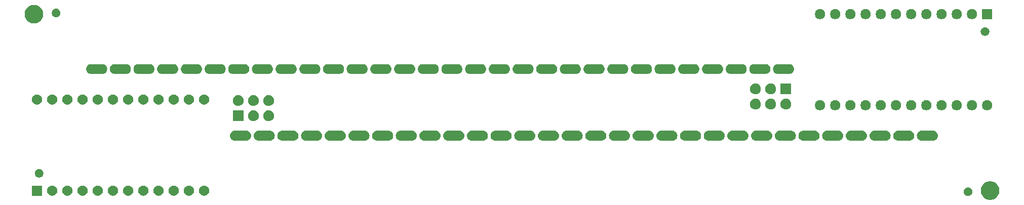
<source format=gbr>
G04 #@! TF.GenerationSoftware,KiCad,Pcbnew,5.1.6+dfsg1-1~bpo10+1*
G04 #@! TF.CreationDate,2020-08-19T20:51:39+03:00*
G04 #@! TF.ProjectId,CompactBeamspringP2,436f6d70-6163-4744-9265-616d73707269,0.0.3*
G04 #@! TF.SameCoordinates,PX68f3ad0PY7d80e80*
G04 #@! TF.FileFunction,Soldermask,Top*
G04 #@! TF.FilePolarity,Negative*
%FSLAX46Y46*%
G04 Gerber Fmt 4.6, Leading zero omitted, Abs format (unit mm)*
G04 Created by KiCad (PCBNEW 5.1.6+dfsg1-1~bpo10+1) date 2020-08-19 20:51:39*
%MOMM*%
%LPD*%
G01*
G04 APERTURE LIST*
%ADD10C,0.100000*%
G04 APERTURE END LIST*
D10*
G36*
X162152352Y3341204D02*
G01*
X162152355Y3341203D01*
X162152354Y3341203D01*
X162434580Y3224301D01*
X162688578Y3054585D01*
X162904585Y2838578D01*
X163074301Y2584580D01*
X163074301Y2584579D01*
X163191204Y2302352D01*
X163250800Y2002741D01*
X163250800Y1697259D01*
X163191204Y1397648D01*
X163191203Y1397646D01*
X163074301Y1115420D01*
X162904585Y861422D01*
X162688578Y645415D01*
X162434580Y475699D01*
X162235014Y393036D01*
X162152352Y358796D01*
X161852741Y299200D01*
X161547259Y299200D01*
X161247648Y358796D01*
X161164986Y393036D01*
X160965420Y475699D01*
X160711422Y645415D01*
X160495415Y861422D01*
X160325699Y1115420D01*
X160208797Y1397646D01*
X160208796Y1397648D01*
X160149200Y1697259D01*
X160149200Y2002741D01*
X160208796Y2302352D01*
X160325699Y2584579D01*
X160325699Y2584580D01*
X160495415Y2838578D01*
X160711422Y3054585D01*
X160965420Y3224301D01*
X161247646Y3341203D01*
X161247645Y3341203D01*
X161247648Y3341204D01*
X161547259Y3400800D01*
X161852741Y3400800D01*
X162152352Y3341204D01*
G37*
G36*
X158211183Y2346177D02*
G01*
X158342943Y2291600D01*
X158461523Y2212367D01*
X158562367Y2111523D01*
X158641600Y1992943D01*
X158696177Y1861183D01*
X158724000Y1721308D01*
X158724000Y1578692D01*
X158696177Y1438817D01*
X158641600Y1307057D01*
X158562367Y1188477D01*
X158461523Y1087633D01*
X158342943Y1008400D01*
X158211183Y953823D01*
X158071308Y926000D01*
X157928692Y926000D01*
X157788817Y953823D01*
X157657057Y1008400D01*
X157538477Y1087633D01*
X157437633Y1188477D01*
X157358400Y1307057D01*
X157303823Y1438817D01*
X157276000Y1578692D01*
X157276000Y1721308D01*
X157303823Y1861183D01*
X157358400Y1992943D01*
X157437633Y2111523D01*
X157538477Y2212367D01*
X157657057Y2291600D01*
X157788817Y2346177D01*
X157928692Y2374000D01*
X158071308Y2374000D01*
X158211183Y2346177D01*
G37*
G36*
X3197700Y982580D02*
G01*
X1496100Y982580D01*
X1496100Y2684180D01*
X3197700Y2684180D01*
X3197700Y982580D01*
G37*
G36*
X30535069Y2651485D02*
G01*
X30689905Y2587349D01*
X30829254Y2494240D01*
X30947760Y2375734D01*
X31040869Y2236385D01*
X31105005Y2081549D01*
X31137700Y1917177D01*
X31137700Y1749583D01*
X31105005Y1585211D01*
X31040869Y1430375D01*
X30947760Y1291026D01*
X30829254Y1172520D01*
X30689905Y1079411D01*
X30535069Y1015275D01*
X30370697Y982580D01*
X30203103Y982580D01*
X30038731Y1015275D01*
X29883895Y1079411D01*
X29744546Y1172520D01*
X29626040Y1291026D01*
X29532931Y1430375D01*
X29468795Y1585211D01*
X29436100Y1749583D01*
X29436100Y1917177D01*
X29468795Y2081549D01*
X29532931Y2236385D01*
X29626040Y2375734D01*
X29744546Y2494240D01*
X29883895Y2587349D01*
X30038731Y2651485D01*
X30203103Y2684180D01*
X30370697Y2684180D01*
X30535069Y2651485D01*
G37*
G36*
X27995069Y2651485D02*
G01*
X28149905Y2587349D01*
X28289254Y2494240D01*
X28407760Y2375734D01*
X28500869Y2236385D01*
X28565005Y2081549D01*
X28597700Y1917177D01*
X28597700Y1749583D01*
X28565005Y1585211D01*
X28500869Y1430375D01*
X28407760Y1291026D01*
X28289254Y1172520D01*
X28149905Y1079411D01*
X27995069Y1015275D01*
X27830697Y982580D01*
X27663103Y982580D01*
X27498731Y1015275D01*
X27343895Y1079411D01*
X27204546Y1172520D01*
X27086040Y1291026D01*
X26992931Y1430375D01*
X26928795Y1585211D01*
X26896100Y1749583D01*
X26896100Y1917177D01*
X26928795Y2081549D01*
X26992931Y2236385D01*
X27086040Y2375734D01*
X27204546Y2494240D01*
X27343895Y2587349D01*
X27498731Y2651485D01*
X27663103Y2684180D01*
X27830697Y2684180D01*
X27995069Y2651485D01*
G37*
G36*
X25455069Y2651485D02*
G01*
X25609905Y2587349D01*
X25749254Y2494240D01*
X25867760Y2375734D01*
X25960869Y2236385D01*
X26025005Y2081549D01*
X26057700Y1917177D01*
X26057700Y1749583D01*
X26025005Y1585211D01*
X25960869Y1430375D01*
X25867760Y1291026D01*
X25749254Y1172520D01*
X25609905Y1079411D01*
X25455069Y1015275D01*
X25290697Y982580D01*
X25123103Y982580D01*
X24958731Y1015275D01*
X24803895Y1079411D01*
X24664546Y1172520D01*
X24546040Y1291026D01*
X24452931Y1430375D01*
X24388795Y1585211D01*
X24356100Y1749583D01*
X24356100Y1917177D01*
X24388795Y2081549D01*
X24452931Y2236385D01*
X24546040Y2375734D01*
X24664546Y2494240D01*
X24803895Y2587349D01*
X24958731Y2651485D01*
X25123103Y2684180D01*
X25290697Y2684180D01*
X25455069Y2651485D01*
G37*
G36*
X22915069Y2651485D02*
G01*
X23069905Y2587349D01*
X23209254Y2494240D01*
X23327760Y2375734D01*
X23420869Y2236385D01*
X23485005Y2081549D01*
X23517700Y1917177D01*
X23517700Y1749583D01*
X23485005Y1585211D01*
X23420869Y1430375D01*
X23327760Y1291026D01*
X23209254Y1172520D01*
X23069905Y1079411D01*
X22915069Y1015275D01*
X22750697Y982580D01*
X22583103Y982580D01*
X22418731Y1015275D01*
X22263895Y1079411D01*
X22124546Y1172520D01*
X22006040Y1291026D01*
X21912931Y1430375D01*
X21848795Y1585211D01*
X21816100Y1749583D01*
X21816100Y1917177D01*
X21848795Y2081549D01*
X21912931Y2236385D01*
X22006040Y2375734D01*
X22124546Y2494240D01*
X22263895Y2587349D01*
X22418731Y2651485D01*
X22583103Y2684180D01*
X22750697Y2684180D01*
X22915069Y2651485D01*
G37*
G36*
X20375069Y2651485D02*
G01*
X20529905Y2587349D01*
X20669254Y2494240D01*
X20787760Y2375734D01*
X20880869Y2236385D01*
X20945005Y2081549D01*
X20977700Y1917177D01*
X20977700Y1749583D01*
X20945005Y1585211D01*
X20880869Y1430375D01*
X20787760Y1291026D01*
X20669254Y1172520D01*
X20529905Y1079411D01*
X20375069Y1015275D01*
X20210697Y982580D01*
X20043103Y982580D01*
X19878731Y1015275D01*
X19723895Y1079411D01*
X19584546Y1172520D01*
X19466040Y1291026D01*
X19372931Y1430375D01*
X19308795Y1585211D01*
X19276100Y1749583D01*
X19276100Y1917177D01*
X19308795Y2081549D01*
X19372931Y2236385D01*
X19466040Y2375734D01*
X19584546Y2494240D01*
X19723895Y2587349D01*
X19878731Y2651485D01*
X20043103Y2684180D01*
X20210697Y2684180D01*
X20375069Y2651485D01*
G37*
G36*
X17835069Y2651485D02*
G01*
X17989905Y2587349D01*
X18129254Y2494240D01*
X18247760Y2375734D01*
X18340869Y2236385D01*
X18405005Y2081549D01*
X18437700Y1917177D01*
X18437700Y1749583D01*
X18405005Y1585211D01*
X18340869Y1430375D01*
X18247760Y1291026D01*
X18129254Y1172520D01*
X17989905Y1079411D01*
X17835069Y1015275D01*
X17670697Y982580D01*
X17503103Y982580D01*
X17338731Y1015275D01*
X17183895Y1079411D01*
X17044546Y1172520D01*
X16926040Y1291026D01*
X16832931Y1430375D01*
X16768795Y1585211D01*
X16736100Y1749583D01*
X16736100Y1917177D01*
X16768795Y2081549D01*
X16832931Y2236385D01*
X16926040Y2375734D01*
X17044546Y2494240D01*
X17183895Y2587349D01*
X17338731Y2651485D01*
X17503103Y2684180D01*
X17670697Y2684180D01*
X17835069Y2651485D01*
G37*
G36*
X15295069Y2651485D02*
G01*
X15449905Y2587349D01*
X15589254Y2494240D01*
X15707760Y2375734D01*
X15800869Y2236385D01*
X15865005Y2081549D01*
X15897700Y1917177D01*
X15897700Y1749583D01*
X15865005Y1585211D01*
X15800869Y1430375D01*
X15707760Y1291026D01*
X15589254Y1172520D01*
X15449905Y1079411D01*
X15295069Y1015275D01*
X15130697Y982580D01*
X14963103Y982580D01*
X14798731Y1015275D01*
X14643895Y1079411D01*
X14504546Y1172520D01*
X14386040Y1291026D01*
X14292931Y1430375D01*
X14228795Y1585211D01*
X14196100Y1749583D01*
X14196100Y1917177D01*
X14228795Y2081549D01*
X14292931Y2236385D01*
X14386040Y2375734D01*
X14504546Y2494240D01*
X14643895Y2587349D01*
X14798731Y2651485D01*
X14963103Y2684180D01*
X15130697Y2684180D01*
X15295069Y2651485D01*
G37*
G36*
X12755069Y2651485D02*
G01*
X12909905Y2587349D01*
X13049254Y2494240D01*
X13167760Y2375734D01*
X13260869Y2236385D01*
X13325005Y2081549D01*
X13357700Y1917177D01*
X13357700Y1749583D01*
X13325005Y1585211D01*
X13260869Y1430375D01*
X13167760Y1291026D01*
X13049254Y1172520D01*
X12909905Y1079411D01*
X12755069Y1015275D01*
X12590697Y982580D01*
X12423103Y982580D01*
X12258731Y1015275D01*
X12103895Y1079411D01*
X11964546Y1172520D01*
X11846040Y1291026D01*
X11752931Y1430375D01*
X11688795Y1585211D01*
X11656100Y1749583D01*
X11656100Y1917177D01*
X11688795Y2081549D01*
X11752931Y2236385D01*
X11846040Y2375734D01*
X11964546Y2494240D01*
X12103895Y2587349D01*
X12258731Y2651485D01*
X12423103Y2684180D01*
X12590697Y2684180D01*
X12755069Y2651485D01*
G37*
G36*
X10215069Y2651485D02*
G01*
X10369905Y2587349D01*
X10509254Y2494240D01*
X10627760Y2375734D01*
X10720869Y2236385D01*
X10785005Y2081549D01*
X10817700Y1917177D01*
X10817700Y1749583D01*
X10785005Y1585211D01*
X10720869Y1430375D01*
X10627760Y1291026D01*
X10509254Y1172520D01*
X10369905Y1079411D01*
X10215069Y1015275D01*
X10050697Y982580D01*
X9883103Y982580D01*
X9718731Y1015275D01*
X9563895Y1079411D01*
X9424546Y1172520D01*
X9306040Y1291026D01*
X9212931Y1430375D01*
X9148795Y1585211D01*
X9116100Y1749583D01*
X9116100Y1917177D01*
X9148795Y2081549D01*
X9212931Y2236385D01*
X9306040Y2375734D01*
X9424546Y2494240D01*
X9563895Y2587349D01*
X9718731Y2651485D01*
X9883103Y2684180D01*
X10050697Y2684180D01*
X10215069Y2651485D01*
G37*
G36*
X7675069Y2651485D02*
G01*
X7829905Y2587349D01*
X7969254Y2494240D01*
X8087760Y2375734D01*
X8180869Y2236385D01*
X8245005Y2081549D01*
X8277700Y1917177D01*
X8277700Y1749583D01*
X8245005Y1585211D01*
X8180869Y1430375D01*
X8087760Y1291026D01*
X7969254Y1172520D01*
X7829905Y1079411D01*
X7675069Y1015275D01*
X7510697Y982580D01*
X7343103Y982580D01*
X7178731Y1015275D01*
X7023895Y1079411D01*
X6884546Y1172520D01*
X6766040Y1291026D01*
X6672931Y1430375D01*
X6608795Y1585211D01*
X6576100Y1749583D01*
X6576100Y1917177D01*
X6608795Y2081549D01*
X6672931Y2236385D01*
X6766040Y2375734D01*
X6884546Y2494240D01*
X7023895Y2587349D01*
X7178731Y2651485D01*
X7343103Y2684180D01*
X7510697Y2684180D01*
X7675069Y2651485D01*
G37*
G36*
X5135069Y2651485D02*
G01*
X5289905Y2587349D01*
X5429254Y2494240D01*
X5547760Y2375734D01*
X5640869Y2236385D01*
X5705005Y2081549D01*
X5737700Y1917177D01*
X5737700Y1749583D01*
X5705005Y1585211D01*
X5640869Y1430375D01*
X5547760Y1291026D01*
X5429254Y1172520D01*
X5289905Y1079411D01*
X5135069Y1015275D01*
X4970697Y982580D01*
X4803103Y982580D01*
X4638731Y1015275D01*
X4483895Y1079411D01*
X4344546Y1172520D01*
X4226040Y1291026D01*
X4132931Y1430375D01*
X4068795Y1585211D01*
X4036100Y1749583D01*
X4036100Y1917177D01*
X4068795Y2081549D01*
X4132931Y2236385D01*
X4226040Y2375734D01*
X4344546Y2494240D01*
X4483895Y2587349D01*
X4638731Y2651485D01*
X4803103Y2684180D01*
X4970697Y2684180D01*
X5135069Y2651485D01*
G37*
G36*
X2911183Y5446177D02*
G01*
X3042943Y5391600D01*
X3161523Y5312367D01*
X3262367Y5211523D01*
X3341600Y5092943D01*
X3396177Y4961183D01*
X3424000Y4821308D01*
X3424000Y4678692D01*
X3396177Y4538817D01*
X3341600Y4407057D01*
X3262367Y4288477D01*
X3161523Y4187633D01*
X3042943Y4108400D01*
X2911183Y4053823D01*
X2771308Y4026000D01*
X2628692Y4026000D01*
X2488817Y4053823D01*
X2357057Y4108400D01*
X2238477Y4187633D01*
X2137633Y4288477D01*
X2058400Y4407057D01*
X2003823Y4538817D01*
X1976000Y4678692D01*
X1976000Y4821308D01*
X2003823Y4961183D01*
X2058400Y5092943D01*
X2137633Y5211523D01*
X2238477Y5312367D01*
X2357057Y5391600D01*
X2488817Y5446177D01*
X2628692Y5474000D01*
X2771308Y5474000D01*
X2911183Y5446177D01*
G37*
G36*
X53318544Y11838472D02*
G01*
X53474212Y11791250D01*
X53617670Y11714569D01*
X53743414Y11611374D01*
X53846609Y11485630D01*
X53923290Y11342172D01*
X53970512Y11186504D01*
X53986455Y11024620D01*
X53970512Y10862736D01*
X53923290Y10707068D01*
X53846609Y10563610D01*
X53743414Y10437866D01*
X53617670Y10334671D01*
X53474212Y10257990D01*
X53318544Y10210768D01*
X53197227Y10198820D01*
X51246093Y10198820D01*
X51124776Y10210768D01*
X50969108Y10257990D01*
X50825650Y10334671D01*
X50699906Y10437866D01*
X50596711Y10563610D01*
X50520030Y10707068D01*
X50472808Y10862736D01*
X50456865Y11024620D01*
X50472808Y11186504D01*
X50520030Y11342172D01*
X50596711Y11485630D01*
X50699906Y11611374D01*
X50825650Y11714569D01*
X50969108Y11791250D01*
X51124776Y11838472D01*
X51246093Y11850420D01*
X53197227Y11850420D01*
X53318544Y11838472D01*
G37*
G36*
X49358544Y11838472D02*
G01*
X49514212Y11791250D01*
X49657670Y11714569D01*
X49783414Y11611374D01*
X49886609Y11485630D01*
X49963290Y11342172D01*
X50010512Y11186504D01*
X50026455Y11024620D01*
X50010512Y10862736D01*
X49963290Y10707068D01*
X49886609Y10563610D01*
X49783414Y10437866D01*
X49657670Y10334671D01*
X49514212Y10257990D01*
X49358544Y10210768D01*
X49237227Y10198820D01*
X47286093Y10198820D01*
X47164776Y10210768D01*
X47009108Y10257990D01*
X46865650Y10334671D01*
X46739906Y10437866D01*
X46636711Y10563610D01*
X46560030Y10707068D01*
X46512808Y10862736D01*
X46496865Y11024620D01*
X46512808Y11186504D01*
X46560030Y11342172D01*
X46636711Y11485630D01*
X46739906Y11611374D01*
X46865650Y11714569D01*
X47009108Y11791250D01*
X47164776Y11838472D01*
X47286093Y11850420D01*
X49237227Y11850420D01*
X49358544Y11838472D01*
G37*
G36*
X41438544Y11838472D02*
G01*
X41594212Y11791250D01*
X41737670Y11714569D01*
X41863414Y11611374D01*
X41966609Y11485630D01*
X42043290Y11342172D01*
X42090512Y11186504D01*
X42106455Y11024620D01*
X42090512Y10862736D01*
X42043290Y10707068D01*
X41966609Y10563610D01*
X41863414Y10437866D01*
X41737670Y10334671D01*
X41594212Y10257990D01*
X41438544Y10210768D01*
X41317227Y10198820D01*
X39366093Y10198820D01*
X39244776Y10210768D01*
X39089108Y10257990D01*
X38945650Y10334671D01*
X38819906Y10437866D01*
X38716711Y10563610D01*
X38640030Y10707068D01*
X38592808Y10862736D01*
X38576865Y11024620D01*
X38592808Y11186504D01*
X38640030Y11342172D01*
X38716711Y11485630D01*
X38819906Y11611374D01*
X38945650Y11714569D01*
X39089108Y11791250D01*
X39244776Y11838472D01*
X39366093Y11850420D01*
X41317227Y11850420D01*
X41438544Y11838472D01*
G37*
G36*
X37478544Y11838472D02*
G01*
X37634212Y11791250D01*
X37777670Y11714569D01*
X37903414Y11611374D01*
X38006609Y11485630D01*
X38083290Y11342172D01*
X38130512Y11186504D01*
X38146455Y11024620D01*
X38130512Y10862736D01*
X38083290Y10707068D01*
X38006609Y10563610D01*
X37903414Y10437866D01*
X37777670Y10334671D01*
X37634212Y10257990D01*
X37478544Y10210768D01*
X37357227Y10198820D01*
X35406093Y10198820D01*
X35284776Y10210768D01*
X35129108Y10257990D01*
X34985650Y10334671D01*
X34859906Y10437866D01*
X34756711Y10563610D01*
X34680030Y10707068D01*
X34632808Y10862736D01*
X34616865Y11024620D01*
X34632808Y11186504D01*
X34680030Y11342172D01*
X34756711Y11485630D01*
X34859906Y11611374D01*
X34985650Y11714569D01*
X35129108Y11791250D01*
X35284776Y11838472D01*
X35406093Y11850420D01*
X37357227Y11850420D01*
X37478544Y11838472D01*
G37*
G36*
X152318544Y11838472D02*
G01*
X152474212Y11791250D01*
X152617670Y11714569D01*
X152743414Y11611374D01*
X152846609Y11485630D01*
X152923290Y11342172D01*
X152970512Y11186504D01*
X152986455Y11024620D01*
X152970512Y10862736D01*
X152923290Y10707068D01*
X152846609Y10563610D01*
X152743414Y10437866D01*
X152617670Y10334671D01*
X152474212Y10257990D01*
X152318544Y10210768D01*
X152197227Y10198820D01*
X150246093Y10198820D01*
X150124776Y10210768D01*
X149969108Y10257990D01*
X149825650Y10334671D01*
X149699906Y10437866D01*
X149596711Y10563610D01*
X149520030Y10707068D01*
X149472808Y10862736D01*
X149456865Y11024620D01*
X149472808Y11186504D01*
X149520030Y11342172D01*
X149596711Y11485630D01*
X149699906Y11611374D01*
X149825650Y11714569D01*
X149969108Y11791250D01*
X150124776Y11838472D01*
X150246093Y11850420D01*
X152197227Y11850420D01*
X152318544Y11838472D01*
G37*
G36*
X148358544Y11838472D02*
G01*
X148514212Y11791250D01*
X148657670Y11714569D01*
X148783414Y11611374D01*
X148886609Y11485630D01*
X148963290Y11342172D01*
X149010512Y11186504D01*
X149026455Y11024620D01*
X149010512Y10862736D01*
X148963290Y10707068D01*
X148886609Y10563610D01*
X148783414Y10437866D01*
X148657670Y10334671D01*
X148514212Y10257990D01*
X148358544Y10210768D01*
X148237227Y10198820D01*
X146286093Y10198820D01*
X146164776Y10210768D01*
X146009108Y10257990D01*
X145865650Y10334671D01*
X145739906Y10437866D01*
X145636711Y10563610D01*
X145560030Y10707068D01*
X145512808Y10862736D01*
X145496865Y11024620D01*
X145512808Y11186504D01*
X145560030Y11342172D01*
X145636711Y11485630D01*
X145739906Y11611374D01*
X145865650Y11714569D01*
X146009108Y11791250D01*
X146164776Y11838472D01*
X146286093Y11850420D01*
X148237227Y11850420D01*
X148358544Y11838472D01*
G37*
G36*
X144398544Y11838472D02*
G01*
X144554212Y11791250D01*
X144697670Y11714569D01*
X144823414Y11611374D01*
X144926609Y11485630D01*
X145003290Y11342172D01*
X145050512Y11186504D01*
X145066455Y11024620D01*
X145050512Y10862736D01*
X145003290Y10707068D01*
X144926609Y10563610D01*
X144823414Y10437866D01*
X144697670Y10334671D01*
X144554212Y10257990D01*
X144398544Y10210768D01*
X144277227Y10198820D01*
X142326093Y10198820D01*
X142204776Y10210768D01*
X142049108Y10257990D01*
X141905650Y10334671D01*
X141779906Y10437866D01*
X141676711Y10563610D01*
X141600030Y10707068D01*
X141552808Y10862736D01*
X141536865Y11024620D01*
X141552808Y11186504D01*
X141600030Y11342172D01*
X141676711Y11485630D01*
X141779906Y11611374D01*
X141905650Y11714569D01*
X142049108Y11791250D01*
X142204776Y11838472D01*
X142326093Y11850420D01*
X144277227Y11850420D01*
X144398544Y11838472D01*
G37*
G36*
X140438544Y11838472D02*
G01*
X140594212Y11791250D01*
X140737670Y11714569D01*
X140863414Y11611374D01*
X140966609Y11485630D01*
X141043290Y11342172D01*
X141090512Y11186504D01*
X141106455Y11024620D01*
X141090512Y10862736D01*
X141043290Y10707068D01*
X140966609Y10563610D01*
X140863414Y10437866D01*
X140737670Y10334671D01*
X140594212Y10257990D01*
X140438544Y10210768D01*
X140317227Y10198820D01*
X138366093Y10198820D01*
X138244776Y10210768D01*
X138089108Y10257990D01*
X137945650Y10334671D01*
X137819906Y10437866D01*
X137716711Y10563610D01*
X137640030Y10707068D01*
X137592808Y10862736D01*
X137576865Y11024620D01*
X137592808Y11186504D01*
X137640030Y11342172D01*
X137716711Y11485630D01*
X137819906Y11611374D01*
X137945650Y11714569D01*
X138089108Y11791250D01*
X138244776Y11838472D01*
X138366093Y11850420D01*
X140317227Y11850420D01*
X140438544Y11838472D01*
G37*
G36*
X136478544Y11838472D02*
G01*
X136634212Y11791250D01*
X136777670Y11714569D01*
X136903414Y11611374D01*
X137006609Y11485630D01*
X137083290Y11342172D01*
X137130512Y11186504D01*
X137146455Y11024620D01*
X137130512Y10862736D01*
X137083290Y10707068D01*
X137006609Y10563610D01*
X136903414Y10437866D01*
X136777670Y10334671D01*
X136634212Y10257990D01*
X136478544Y10210768D01*
X136357227Y10198820D01*
X134406093Y10198820D01*
X134284776Y10210768D01*
X134129108Y10257990D01*
X133985650Y10334671D01*
X133859906Y10437866D01*
X133756711Y10563610D01*
X133680030Y10707068D01*
X133632808Y10862736D01*
X133616865Y11024620D01*
X133632808Y11186504D01*
X133680030Y11342172D01*
X133756711Y11485630D01*
X133859906Y11611374D01*
X133985650Y11714569D01*
X134129108Y11791250D01*
X134284776Y11838472D01*
X134406093Y11850420D01*
X136357227Y11850420D01*
X136478544Y11838472D01*
G37*
G36*
X132518544Y11838472D02*
G01*
X132674212Y11791250D01*
X132817670Y11714569D01*
X132943414Y11611374D01*
X133046609Y11485630D01*
X133123290Y11342172D01*
X133170512Y11186504D01*
X133186455Y11024620D01*
X133170512Y10862736D01*
X133123290Y10707068D01*
X133046609Y10563610D01*
X132943414Y10437866D01*
X132817670Y10334671D01*
X132674212Y10257990D01*
X132518544Y10210768D01*
X132397227Y10198820D01*
X130446093Y10198820D01*
X130324776Y10210768D01*
X130169108Y10257990D01*
X130025650Y10334671D01*
X129899906Y10437866D01*
X129796711Y10563610D01*
X129720030Y10707068D01*
X129672808Y10862736D01*
X129656865Y11024620D01*
X129672808Y11186504D01*
X129720030Y11342172D01*
X129796711Y11485630D01*
X129899906Y11611374D01*
X130025650Y11714569D01*
X130169108Y11791250D01*
X130324776Y11838472D01*
X130446093Y11850420D01*
X132397227Y11850420D01*
X132518544Y11838472D01*
G37*
G36*
X128558544Y11838472D02*
G01*
X128714212Y11791250D01*
X128857670Y11714569D01*
X128983414Y11611374D01*
X129086609Y11485630D01*
X129163290Y11342172D01*
X129210512Y11186504D01*
X129226455Y11024620D01*
X129210512Y10862736D01*
X129163290Y10707068D01*
X129086609Y10563610D01*
X128983414Y10437866D01*
X128857670Y10334671D01*
X128714212Y10257990D01*
X128558544Y10210768D01*
X128437227Y10198820D01*
X126486093Y10198820D01*
X126364776Y10210768D01*
X126209108Y10257990D01*
X126065650Y10334671D01*
X125939906Y10437866D01*
X125836711Y10563610D01*
X125760030Y10707068D01*
X125712808Y10862736D01*
X125696865Y11024620D01*
X125712808Y11186504D01*
X125760030Y11342172D01*
X125836711Y11485630D01*
X125939906Y11611374D01*
X126065650Y11714569D01*
X126209108Y11791250D01*
X126364776Y11838472D01*
X126486093Y11850420D01*
X128437227Y11850420D01*
X128558544Y11838472D01*
G37*
G36*
X124598544Y11838472D02*
G01*
X124754212Y11791250D01*
X124897670Y11714569D01*
X125023414Y11611374D01*
X125126609Y11485630D01*
X125203290Y11342172D01*
X125250512Y11186504D01*
X125266455Y11024620D01*
X125250512Y10862736D01*
X125203290Y10707068D01*
X125126609Y10563610D01*
X125023414Y10437866D01*
X124897670Y10334671D01*
X124754212Y10257990D01*
X124598544Y10210768D01*
X124477227Y10198820D01*
X122526093Y10198820D01*
X122404776Y10210768D01*
X122249108Y10257990D01*
X122105650Y10334671D01*
X121979906Y10437866D01*
X121876711Y10563610D01*
X121800030Y10707068D01*
X121752808Y10862736D01*
X121736865Y11024620D01*
X121752808Y11186504D01*
X121800030Y11342172D01*
X121876711Y11485630D01*
X121979906Y11611374D01*
X122105650Y11714569D01*
X122249108Y11791250D01*
X122404776Y11838472D01*
X122526093Y11850420D01*
X124477227Y11850420D01*
X124598544Y11838472D01*
G37*
G36*
X120638544Y11838472D02*
G01*
X120794212Y11791250D01*
X120937670Y11714569D01*
X121063414Y11611374D01*
X121166609Y11485630D01*
X121243290Y11342172D01*
X121290512Y11186504D01*
X121306455Y11024620D01*
X121290512Y10862736D01*
X121243290Y10707068D01*
X121166609Y10563610D01*
X121063414Y10437866D01*
X120937670Y10334671D01*
X120794212Y10257990D01*
X120638544Y10210768D01*
X120517227Y10198820D01*
X118566093Y10198820D01*
X118444776Y10210768D01*
X118289108Y10257990D01*
X118145650Y10334671D01*
X118019906Y10437866D01*
X117916711Y10563610D01*
X117840030Y10707068D01*
X117792808Y10862736D01*
X117776865Y11024620D01*
X117792808Y11186504D01*
X117840030Y11342172D01*
X117916711Y11485630D01*
X118019906Y11611374D01*
X118145650Y11714569D01*
X118289108Y11791250D01*
X118444776Y11838472D01*
X118566093Y11850420D01*
X120517227Y11850420D01*
X120638544Y11838472D01*
G37*
G36*
X116678544Y11838472D02*
G01*
X116834212Y11791250D01*
X116977670Y11714569D01*
X117103414Y11611374D01*
X117206609Y11485630D01*
X117283290Y11342172D01*
X117330512Y11186504D01*
X117346455Y11024620D01*
X117330512Y10862736D01*
X117283290Y10707068D01*
X117206609Y10563610D01*
X117103414Y10437866D01*
X116977670Y10334671D01*
X116834212Y10257990D01*
X116678544Y10210768D01*
X116557227Y10198820D01*
X114606093Y10198820D01*
X114484776Y10210768D01*
X114329108Y10257990D01*
X114185650Y10334671D01*
X114059906Y10437866D01*
X113956711Y10563610D01*
X113880030Y10707068D01*
X113832808Y10862736D01*
X113816865Y11024620D01*
X113832808Y11186504D01*
X113880030Y11342172D01*
X113956711Y11485630D01*
X114059906Y11611374D01*
X114185650Y11714569D01*
X114329108Y11791250D01*
X114484776Y11838472D01*
X114606093Y11850420D01*
X116557227Y11850420D01*
X116678544Y11838472D01*
G37*
G36*
X45398544Y11838472D02*
G01*
X45554212Y11791250D01*
X45697670Y11714569D01*
X45823414Y11611374D01*
X45926609Y11485630D01*
X46003290Y11342172D01*
X46050512Y11186504D01*
X46066455Y11024620D01*
X46050512Y10862736D01*
X46003290Y10707068D01*
X45926609Y10563610D01*
X45823414Y10437866D01*
X45697670Y10334671D01*
X45554212Y10257990D01*
X45398544Y10210768D01*
X45277227Y10198820D01*
X43326093Y10198820D01*
X43204776Y10210768D01*
X43049108Y10257990D01*
X42905650Y10334671D01*
X42779906Y10437866D01*
X42676711Y10563610D01*
X42600030Y10707068D01*
X42552808Y10862736D01*
X42536865Y11024620D01*
X42552808Y11186504D01*
X42600030Y11342172D01*
X42676711Y11485630D01*
X42779906Y11611374D01*
X42905650Y11714569D01*
X43049108Y11791250D01*
X43204776Y11838472D01*
X43326093Y11850420D01*
X45277227Y11850420D01*
X45398544Y11838472D01*
G37*
G36*
X61238544Y11838472D02*
G01*
X61394212Y11791250D01*
X61537670Y11714569D01*
X61663414Y11611374D01*
X61766609Y11485630D01*
X61843290Y11342172D01*
X61890512Y11186504D01*
X61906455Y11024620D01*
X61890512Y10862736D01*
X61843290Y10707068D01*
X61766609Y10563610D01*
X61663414Y10437866D01*
X61537670Y10334671D01*
X61394212Y10257990D01*
X61238544Y10210768D01*
X61117227Y10198820D01*
X59166093Y10198820D01*
X59044776Y10210768D01*
X58889108Y10257990D01*
X58745650Y10334671D01*
X58619906Y10437866D01*
X58516711Y10563610D01*
X58440030Y10707068D01*
X58392808Y10862736D01*
X58376865Y11024620D01*
X58392808Y11186504D01*
X58440030Y11342172D01*
X58516711Y11485630D01*
X58619906Y11611374D01*
X58745650Y11714569D01*
X58889108Y11791250D01*
X59044776Y11838472D01*
X59166093Y11850420D01*
X61117227Y11850420D01*
X61238544Y11838472D01*
G37*
G36*
X112718544Y11838472D02*
G01*
X112874212Y11791250D01*
X113017670Y11714569D01*
X113143414Y11611374D01*
X113246609Y11485630D01*
X113323290Y11342172D01*
X113370512Y11186504D01*
X113386455Y11024620D01*
X113370512Y10862736D01*
X113323290Y10707068D01*
X113246609Y10563610D01*
X113143414Y10437866D01*
X113017670Y10334671D01*
X112874212Y10257990D01*
X112718544Y10210768D01*
X112597227Y10198820D01*
X110646093Y10198820D01*
X110524776Y10210768D01*
X110369108Y10257990D01*
X110225650Y10334671D01*
X110099906Y10437866D01*
X109996711Y10563610D01*
X109920030Y10707068D01*
X109872808Y10862736D01*
X109856865Y11024620D01*
X109872808Y11186504D01*
X109920030Y11342172D01*
X109996711Y11485630D01*
X110099906Y11611374D01*
X110225650Y11714569D01*
X110369108Y11791250D01*
X110524776Y11838472D01*
X110646093Y11850420D01*
X112597227Y11850420D01*
X112718544Y11838472D01*
G37*
G36*
X65198544Y11838472D02*
G01*
X65354212Y11791250D01*
X65497670Y11714569D01*
X65623414Y11611374D01*
X65726609Y11485630D01*
X65803290Y11342172D01*
X65850512Y11186504D01*
X65866455Y11024620D01*
X65850512Y10862736D01*
X65803290Y10707068D01*
X65726609Y10563610D01*
X65623414Y10437866D01*
X65497670Y10334671D01*
X65354212Y10257990D01*
X65198544Y10210768D01*
X65077227Y10198820D01*
X63126093Y10198820D01*
X63004776Y10210768D01*
X62849108Y10257990D01*
X62705650Y10334671D01*
X62579906Y10437866D01*
X62476711Y10563610D01*
X62400030Y10707068D01*
X62352808Y10862736D01*
X62336865Y11024620D01*
X62352808Y11186504D01*
X62400030Y11342172D01*
X62476711Y11485630D01*
X62579906Y11611374D01*
X62705650Y11714569D01*
X62849108Y11791250D01*
X63004776Y11838472D01*
X63126093Y11850420D01*
X65077227Y11850420D01*
X65198544Y11838472D01*
G37*
G36*
X69158544Y11838472D02*
G01*
X69314212Y11791250D01*
X69457670Y11714569D01*
X69583414Y11611374D01*
X69686609Y11485630D01*
X69763290Y11342172D01*
X69810512Y11186504D01*
X69826455Y11024620D01*
X69810512Y10862736D01*
X69763290Y10707068D01*
X69686609Y10563610D01*
X69583414Y10437866D01*
X69457670Y10334671D01*
X69314212Y10257990D01*
X69158544Y10210768D01*
X69037227Y10198820D01*
X67086093Y10198820D01*
X66964776Y10210768D01*
X66809108Y10257990D01*
X66665650Y10334671D01*
X66539906Y10437866D01*
X66436711Y10563610D01*
X66360030Y10707068D01*
X66312808Y10862736D01*
X66296865Y11024620D01*
X66312808Y11186504D01*
X66360030Y11342172D01*
X66436711Y11485630D01*
X66539906Y11611374D01*
X66665650Y11714569D01*
X66809108Y11791250D01*
X66964776Y11838472D01*
X67086093Y11850420D01*
X69037227Y11850420D01*
X69158544Y11838472D01*
G37*
G36*
X73118544Y11838472D02*
G01*
X73274212Y11791250D01*
X73417670Y11714569D01*
X73543414Y11611374D01*
X73646609Y11485630D01*
X73723290Y11342172D01*
X73770512Y11186504D01*
X73786455Y11024620D01*
X73770512Y10862736D01*
X73723290Y10707068D01*
X73646609Y10563610D01*
X73543414Y10437866D01*
X73417670Y10334671D01*
X73274212Y10257990D01*
X73118544Y10210768D01*
X72997227Y10198820D01*
X71046093Y10198820D01*
X70924776Y10210768D01*
X70769108Y10257990D01*
X70625650Y10334671D01*
X70499906Y10437866D01*
X70396711Y10563610D01*
X70320030Y10707068D01*
X70272808Y10862736D01*
X70256865Y11024620D01*
X70272808Y11186504D01*
X70320030Y11342172D01*
X70396711Y11485630D01*
X70499906Y11611374D01*
X70625650Y11714569D01*
X70769108Y11791250D01*
X70924776Y11838472D01*
X71046093Y11850420D01*
X72997227Y11850420D01*
X73118544Y11838472D01*
G37*
G36*
X77078544Y11838472D02*
G01*
X77234212Y11791250D01*
X77377670Y11714569D01*
X77503414Y11611374D01*
X77606609Y11485630D01*
X77683290Y11342172D01*
X77730512Y11186504D01*
X77746455Y11024620D01*
X77730512Y10862736D01*
X77683290Y10707068D01*
X77606609Y10563610D01*
X77503414Y10437866D01*
X77377670Y10334671D01*
X77234212Y10257990D01*
X77078544Y10210768D01*
X76957227Y10198820D01*
X75006093Y10198820D01*
X74884776Y10210768D01*
X74729108Y10257990D01*
X74585650Y10334671D01*
X74459906Y10437866D01*
X74356711Y10563610D01*
X74280030Y10707068D01*
X74232808Y10862736D01*
X74216865Y11024620D01*
X74232808Y11186504D01*
X74280030Y11342172D01*
X74356711Y11485630D01*
X74459906Y11611374D01*
X74585650Y11714569D01*
X74729108Y11791250D01*
X74884776Y11838472D01*
X75006093Y11850420D01*
X76957227Y11850420D01*
X77078544Y11838472D01*
G37*
G36*
X81038544Y11838472D02*
G01*
X81194212Y11791250D01*
X81337670Y11714569D01*
X81463414Y11611374D01*
X81566609Y11485630D01*
X81643290Y11342172D01*
X81690512Y11186504D01*
X81706455Y11024620D01*
X81690512Y10862736D01*
X81643290Y10707068D01*
X81566609Y10563610D01*
X81463414Y10437866D01*
X81337670Y10334671D01*
X81194212Y10257990D01*
X81038544Y10210768D01*
X80917227Y10198820D01*
X78966093Y10198820D01*
X78844776Y10210768D01*
X78689108Y10257990D01*
X78545650Y10334671D01*
X78419906Y10437866D01*
X78316711Y10563610D01*
X78240030Y10707068D01*
X78192808Y10862736D01*
X78176865Y11024620D01*
X78192808Y11186504D01*
X78240030Y11342172D01*
X78316711Y11485630D01*
X78419906Y11611374D01*
X78545650Y11714569D01*
X78689108Y11791250D01*
X78844776Y11838472D01*
X78966093Y11850420D01*
X80917227Y11850420D01*
X81038544Y11838472D01*
G37*
G36*
X84998544Y11838472D02*
G01*
X85154212Y11791250D01*
X85297670Y11714569D01*
X85423414Y11611374D01*
X85526609Y11485630D01*
X85603290Y11342172D01*
X85650512Y11186504D01*
X85666455Y11024620D01*
X85650512Y10862736D01*
X85603290Y10707068D01*
X85526609Y10563610D01*
X85423414Y10437866D01*
X85297670Y10334671D01*
X85154212Y10257990D01*
X84998544Y10210768D01*
X84877227Y10198820D01*
X82926093Y10198820D01*
X82804776Y10210768D01*
X82649108Y10257990D01*
X82505650Y10334671D01*
X82379906Y10437866D01*
X82276711Y10563610D01*
X82200030Y10707068D01*
X82152808Y10862736D01*
X82136865Y11024620D01*
X82152808Y11186504D01*
X82200030Y11342172D01*
X82276711Y11485630D01*
X82379906Y11611374D01*
X82505650Y11714569D01*
X82649108Y11791250D01*
X82804776Y11838472D01*
X82926093Y11850420D01*
X84877227Y11850420D01*
X84998544Y11838472D01*
G37*
G36*
X88958544Y11838472D02*
G01*
X89114212Y11791250D01*
X89257670Y11714569D01*
X89383414Y11611374D01*
X89486609Y11485630D01*
X89563290Y11342172D01*
X89610512Y11186504D01*
X89626455Y11024620D01*
X89610512Y10862736D01*
X89563290Y10707068D01*
X89486609Y10563610D01*
X89383414Y10437866D01*
X89257670Y10334671D01*
X89114212Y10257990D01*
X88958544Y10210768D01*
X88837227Y10198820D01*
X86886093Y10198820D01*
X86764776Y10210768D01*
X86609108Y10257990D01*
X86465650Y10334671D01*
X86339906Y10437866D01*
X86236711Y10563610D01*
X86160030Y10707068D01*
X86112808Y10862736D01*
X86096865Y11024620D01*
X86112808Y11186504D01*
X86160030Y11342172D01*
X86236711Y11485630D01*
X86339906Y11611374D01*
X86465650Y11714569D01*
X86609108Y11791250D01*
X86764776Y11838472D01*
X86886093Y11850420D01*
X88837227Y11850420D01*
X88958544Y11838472D01*
G37*
G36*
X92918544Y11838472D02*
G01*
X93074212Y11791250D01*
X93217670Y11714569D01*
X93343414Y11611374D01*
X93446609Y11485630D01*
X93523290Y11342172D01*
X93570512Y11186504D01*
X93586455Y11024620D01*
X93570512Y10862736D01*
X93523290Y10707068D01*
X93446609Y10563610D01*
X93343414Y10437866D01*
X93217670Y10334671D01*
X93074212Y10257990D01*
X92918544Y10210768D01*
X92797227Y10198820D01*
X90846093Y10198820D01*
X90724776Y10210768D01*
X90569108Y10257990D01*
X90425650Y10334671D01*
X90299906Y10437866D01*
X90196711Y10563610D01*
X90120030Y10707068D01*
X90072808Y10862736D01*
X90056865Y11024620D01*
X90072808Y11186504D01*
X90120030Y11342172D01*
X90196711Y11485630D01*
X90299906Y11611374D01*
X90425650Y11714569D01*
X90569108Y11791250D01*
X90724776Y11838472D01*
X90846093Y11850420D01*
X92797227Y11850420D01*
X92918544Y11838472D01*
G37*
G36*
X96878544Y11838472D02*
G01*
X97034212Y11791250D01*
X97177670Y11714569D01*
X97303414Y11611374D01*
X97406609Y11485630D01*
X97483290Y11342172D01*
X97530512Y11186504D01*
X97546455Y11024620D01*
X97530512Y10862736D01*
X97483290Y10707068D01*
X97406609Y10563610D01*
X97303414Y10437866D01*
X97177670Y10334671D01*
X97034212Y10257990D01*
X96878544Y10210768D01*
X96757227Y10198820D01*
X94806093Y10198820D01*
X94684776Y10210768D01*
X94529108Y10257990D01*
X94385650Y10334671D01*
X94259906Y10437866D01*
X94156711Y10563610D01*
X94080030Y10707068D01*
X94032808Y10862736D01*
X94016865Y11024620D01*
X94032808Y11186504D01*
X94080030Y11342172D01*
X94156711Y11485630D01*
X94259906Y11611374D01*
X94385650Y11714569D01*
X94529108Y11791250D01*
X94684776Y11838472D01*
X94806093Y11850420D01*
X96757227Y11850420D01*
X96878544Y11838472D01*
G37*
G36*
X104798544Y11838472D02*
G01*
X104954212Y11791250D01*
X105097670Y11714569D01*
X105223414Y11611374D01*
X105326609Y11485630D01*
X105403290Y11342172D01*
X105450512Y11186504D01*
X105466455Y11024620D01*
X105450512Y10862736D01*
X105403290Y10707068D01*
X105326609Y10563610D01*
X105223414Y10437866D01*
X105097670Y10334671D01*
X104954212Y10257990D01*
X104798544Y10210768D01*
X104677227Y10198820D01*
X102726093Y10198820D01*
X102604776Y10210768D01*
X102449108Y10257990D01*
X102305650Y10334671D01*
X102179906Y10437866D01*
X102076711Y10563610D01*
X102000030Y10707068D01*
X101952808Y10862736D01*
X101936865Y11024620D01*
X101952808Y11186504D01*
X102000030Y11342172D01*
X102076711Y11485630D01*
X102179906Y11611374D01*
X102305650Y11714569D01*
X102449108Y11791250D01*
X102604776Y11838472D01*
X102726093Y11850420D01*
X104677227Y11850420D01*
X104798544Y11838472D01*
G37*
G36*
X108758544Y11838472D02*
G01*
X108914212Y11791250D01*
X109057670Y11714569D01*
X109183414Y11611374D01*
X109286609Y11485630D01*
X109363290Y11342172D01*
X109410512Y11186504D01*
X109426455Y11024620D01*
X109410512Y10862736D01*
X109363290Y10707068D01*
X109286609Y10563610D01*
X109183414Y10437866D01*
X109057670Y10334671D01*
X108914212Y10257990D01*
X108758544Y10210768D01*
X108637227Y10198820D01*
X106686093Y10198820D01*
X106564776Y10210768D01*
X106409108Y10257990D01*
X106265650Y10334671D01*
X106139906Y10437866D01*
X106036711Y10563610D01*
X105960030Y10707068D01*
X105912808Y10862736D01*
X105896865Y11024620D01*
X105912808Y11186504D01*
X105960030Y11342172D01*
X106036711Y11485630D01*
X106139906Y11611374D01*
X106265650Y11714569D01*
X106409108Y11791250D01*
X106564776Y11838472D01*
X106686093Y11850420D01*
X108637227Y11850420D01*
X108758544Y11838472D01*
G37*
G36*
X100838544Y11838472D02*
G01*
X100994212Y11791250D01*
X101137670Y11714569D01*
X101263414Y11611374D01*
X101366609Y11485630D01*
X101443290Y11342172D01*
X101490512Y11186504D01*
X101506455Y11024620D01*
X101490512Y10862736D01*
X101443290Y10707068D01*
X101366609Y10563610D01*
X101263414Y10437866D01*
X101137670Y10334671D01*
X100994212Y10257990D01*
X100838544Y10210768D01*
X100717227Y10198820D01*
X98766093Y10198820D01*
X98644776Y10210768D01*
X98489108Y10257990D01*
X98345650Y10334671D01*
X98219906Y10437866D01*
X98116711Y10563610D01*
X98040030Y10707068D01*
X97992808Y10862736D01*
X97976865Y11024620D01*
X97992808Y11186504D01*
X98040030Y11342172D01*
X98116711Y11485630D01*
X98219906Y11611374D01*
X98345650Y11714569D01*
X98489108Y11791250D01*
X98644776Y11838472D01*
X98766093Y11850420D01*
X100717227Y11850420D01*
X100838544Y11838472D01*
G37*
G36*
X57278544Y11838472D02*
G01*
X57434212Y11791250D01*
X57577670Y11714569D01*
X57703414Y11611374D01*
X57806609Y11485630D01*
X57883290Y11342172D01*
X57930512Y11186504D01*
X57946455Y11024620D01*
X57930512Y10862736D01*
X57883290Y10707068D01*
X57806609Y10563610D01*
X57703414Y10437866D01*
X57577670Y10334671D01*
X57434212Y10257990D01*
X57278544Y10210768D01*
X57157227Y10198820D01*
X55206093Y10198820D01*
X55084776Y10210768D01*
X54929108Y10257990D01*
X54785650Y10334671D01*
X54659906Y10437866D01*
X54556711Y10563610D01*
X54480030Y10707068D01*
X54432808Y10862736D01*
X54416865Y11024620D01*
X54432808Y11186504D01*
X54480030Y11342172D01*
X54556711Y11485630D01*
X54659906Y11611374D01*
X54785650Y11714569D01*
X54929108Y11791250D01*
X55084776Y11838472D01*
X55206093Y11850420D01*
X57157227Y11850420D01*
X57278544Y11838472D01*
G37*
G36*
X36899680Y13456300D02*
G01*
X35098080Y13456300D01*
X35098080Y15257900D01*
X36899680Y15257900D01*
X36899680Y13456300D01*
G37*
G36*
X38801634Y15223283D02*
G01*
X38965569Y15155379D01*
X39113107Y15056797D01*
X39238577Y14931327D01*
X39337159Y14783789D01*
X39405063Y14619854D01*
X39439680Y14445821D01*
X39439680Y14268379D01*
X39405063Y14094346D01*
X39337159Y13930411D01*
X39238577Y13782873D01*
X39113107Y13657403D01*
X38965569Y13558821D01*
X38801634Y13490917D01*
X38627601Y13456300D01*
X38450159Y13456300D01*
X38276126Y13490917D01*
X38112191Y13558821D01*
X37964653Y13657403D01*
X37839183Y13782873D01*
X37740601Y13930411D01*
X37672697Y14094346D01*
X37638080Y14268379D01*
X37638080Y14445821D01*
X37672697Y14619854D01*
X37740601Y14783789D01*
X37839183Y14931327D01*
X37964653Y15056797D01*
X38112191Y15155379D01*
X38276126Y15223283D01*
X38450159Y15257900D01*
X38627601Y15257900D01*
X38801634Y15223283D01*
G37*
G36*
X41341634Y15223283D02*
G01*
X41505569Y15155379D01*
X41653107Y15056797D01*
X41778577Y14931327D01*
X41877159Y14783789D01*
X41945063Y14619854D01*
X41979680Y14445821D01*
X41979680Y14268379D01*
X41945063Y14094346D01*
X41877159Y13930411D01*
X41778577Y13782873D01*
X41653107Y13657403D01*
X41505569Y13558821D01*
X41341634Y13490917D01*
X41167601Y13456300D01*
X40990159Y13456300D01*
X40816126Y13490917D01*
X40652191Y13558821D01*
X40504653Y13657403D01*
X40379183Y13782873D01*
X40280601Y13930411D01*
X40212697Y14094346D01*
X40178080Y14268379D01*
X40178080Y14445821D01*
X40212697Y14619854D01*
X40280601Y14783789D01*
X40379183Y14931327D01*
X40504653Y15056797D01*
X40652191Y15155379D01*
X40816126Y15223283D01*
X40990159Y15257900D01*
X41167601Y15257900D01*
X41341634Y15223283D01*
G37*
G36*
X151291269Y16944725D02*
G01*
X151446105Y16880589D01*
X151585454Y16787480D01*
X151703960Y16668974D01*
X151797069Y16529625D01*
X151861205Y16374789D01*
X151893900Y16210417D01*
X151893900Y16042823D01*
X151861205Y15878451D01*
X151797069Y15723615D01*
X151703960Y15584266D01*
X151585454Y15465760D01*
X151446105Y15372651D01*
X151291269Y15308515D01*
X151126897Y15275820D01*
X150959303Y15275820D01*
X150794931Y15308515D01*
X150640095Y15372651D01*
X150500746Y15465760D01*
X150382240Y15584266D01*
X150289131Y15723615D01*
X150224995Y15878451D01*
X150192300Y16042823D01*
X150192300Y16210417D01*
X150224995Y16374789D01*
X150289131Y16529625D01*
X150382240Y16668974D01*
X150500746Y16787480D01*
X150640095Y16880589D01*
X150794931Y16944725D01*
X150959303Y16977420D01*
X151126897Y16977420D01*
X151291269Y16944725D01*
G37*
G36*
X141131269Y16944725D02*
G01*
X141286105Y16880589D01*
X141425454Y16787480D01*
X141543960Y16668974D01*
X141637069Y16529625D01*
X141701205Y16374789D01*
X141733900Y16210417D01*
X141733900Y16042823D01*
X141701205Y15878451D01*
X141637069Y15723615D01*
X141543960Y15584266D01*
X141425454Y15465760D01*
X141286105Y15372651D01*
X141131269Y15308515D01*
X140966897Y15275820D01*
X140799303Y15275820D01*
X140634931Y15308515D01*
X140480095Y15372651D01*
X140340746Y15465760D01*
X140222240Y15584266D01*
X140129131Y15723615D01*
X140064995Y15878451D01*
X140032300Y16042823D01*
X140032300Y16210417D01*
X140064995Y16374789D01*
X140129131Y16529625D01*
X140222240Y16668974D01*
X140340746Y16787480D01*
X140480095Y16880589D01*
X140634931Y16944725D01*
X140799303Y16977420D01*
X140966897Y16977420D01*
X141131269Y16944725D01*
G37*
G36*
X161451269Y16944725D02*
G01*
X161606105Y16880589D01*
X161745454Y16787480D01*
X161863960Y16668974D01*
X161957069Y16529625D01*
X162021205Y16374789D01*
X162053900Y16210417D01*
X162053900Y16042823D01*
X162021205Y15878451D01*
X161957069Y15723615D01*
X161863960Y15584266D01*
X161745454Y15465760D01*
X161606105Y15372651D01*
X161451269Y15308515D01*
X161286897Y15275820D01*
X161119303Y15275820D01*
X160954931Y15308515D01*
X160800095Y15372651D01*
X160660746Y15465760D01*
X160542240Y15584266D01*
X160449131Y15723615D01*
X160384995Y15878451D01*
X160352300Y16042823D01*
X160352300Y16210417D01*
X160384995Y16374789D01*
X160449131Y16529625D01*
X160542240Y16668974D01*
X160660746Y16787480D01*
X160800095Y16880589D01*
X160954931Y16944725D01*
X161119303Y16977420D01*
X161286897Y16977420D01*
X161451269Y16944725D01*
G37*
G36*
X158911269Y16944725D02*
G01*
X159066105Y16880589D01*
X159205454Y16787480D01*
X159323960Y16668974D01*
X159417069Y16529625D01*
X159481205Y16374789D01*
X159513900Y16210417D01*
X159513900Y16042823D01*
X159481205Y15878451D01*
X159417069Y15723615D01*
X159323960Y15584266D01*
X159205454Y15465760D01*
X159066105Y15372651D01*
X158911269Y15308515D01*
X158746897Y15275820D01*
X158579303Y15275820D01*
X158414931Y15308515D01*
X158260095Y15372651D01*
X158120746Y15465760D01*
X158002240Y15584266D01*
X157909131Y15723615D01*
X157844995Y15878451D01*
X157812300Y16042823D01*
X157812300Y16210417D01*
X157844995Y16374789D01*
X157909131Y16529625D01*
X158002240Y16668974D01*
X158120746Y16787480D01*
X158260095Y16880589D01*
X158414931Y16944725D01*
X158579303Y16977420D01*
X158746897Y16977420D01*
X158911269Y16944725D01*
G37*
G36*
X153831269Y16944725D02*
G01*
X153986105Y16880589D01*
X154125454Y16787480D01*
X154243960Y16668974D01*
X154337069Y16529625D01*
X154401205Y16374789D01*
X154433900Y16210417D01*
X154433900Y16042823D01*
X154401205Y15878451D01*
X154337069Y15723615D01*
X154243960Y15584266D01*
X154125454Y15465760D01*
X153986105Y15372651D01*
X153831269Y15308515D01*
X153666897Y15275820D01*
X153499303Y15275820D01*
X153334931Y15308515D01*
X153180095Y15372651D01*
X153040746Y15465760D01*
X152922240Y15584266D01*
X152829131Y15723615D01*
X152764995Y15878451D01*
X152732300Y16042823D01*
X152732300Y16210417D01*
X152764995Y16374789D01*
X152829131Y16529625D01*
X152922240Y16668974D01*
X153040746Y16787480D01*
X153180095Y16880589D01*
X153334931Y16944725D01*
X153499303Y16977420D01*
X153666897Y16977420D01*
X153831269Y16944725D01*
G37*
G36*
X148751269Y16944725D02*
G01*
X148906105Y16880589D01*
X149045454Y16787480D01*
X149163960Y16668974D01*
X149257069Y16529625D01*
X149321205Y16374789D01*
X149353900Y16210417D01*
X149353900Y16042823D01*
X149321205Y15878451D01*
X149257069Y15723615D01*
X149163960Y15584266D01*
X149045454Y15465760D01*
X148906105Y15372651D01*
X148751269Y15308515D01*
X148586897Y15275820D01*
X148419303Y15275820D01*
X148254931Y15308515D01*
X148100095Y15372651D01*
X147960746Y15465760D01*
X147842240Y15584266D01*
X147749131Y15723615D01*
X147684995Y15878451D01*
X147652300Y16042823D01*
X147652300Y16210417D01*
X147684995Y16374789D01*
X147749131Y16529625D01*
X147842240Y16668974D01*
X147960746Y16787480D01*
X148100095Y16880589D01*
X148254931Y16944725D01*
X148419303Y16977420D01*
X148586897Y16977420D01*
X148751269Y16944725D01*
G37*
G36*
X146211269Y16944725D02*
G01*
X146366105Y16880589D01*
X146505454Y16787480D01*
X146623960Y16668974D01*
X146717069Y16529625D01*
X146781205Y16374789D01*
X146813900Y16210417D01*
X146813900Y16042823D01*
X146781205Y15878451D01*
X146717069Y15723615D01*
X146623960Y15584266D01*
X146505454Y15465760D01*
X146366105Y15372651D01*
X146211269Y15308515D01*
X146046897Y15275820D01*
X145879303Y15275820D01*
X145714931Y15308515D01*
X145560095Y15372651D01*
X145420746Y15465760D01*
X145302240Y15584266D01*
X145209131Y15723615D01*
X145144995Y15878451D01*
X145112300Y16042823D01*
X145112300Y16210417D01*
X145144995Y16374789D01*
X145209131Y16529625D01*
X145302240Y16668974D01*
X145420746Y16787480D01*
X145560095Y16880589D01*
X145714931Y16944725D01*
X145879303Y16977420D01*
X146046897Y16977420D01*
X146211269Y16944725D01*
G37*
G36*
X143671269Y16944725D02*
G01*
X143826105Y16880589D01*
X143965454Y16787480D01*
X144083960Y16668974D01*
X144177069Y16529625D01*
X144241205Y16374789D01*
X144273900Y16210417D01*
X144273900Y16042823D01*
X144241205Y15878451D01*
X144177069Y15723615D01*
X144083960Y15584266D01*
X143965454Y15465760D01*
X143826105Y15372651D01*
X143671269Y15308515D01*
X143506897Y15275820D01*
X143339303Y15275820D01*
X143174931Y15308515D01*
X143020095Y15372651D01*
X142880746Y15465760D01*
X142762240Y15584266D01*
X142669131Y15723615D01*
X142604995Y15878451D01*
X142572300Y16042823D01*
X142572300Y16210417D01*
X142604995Y16374789D01*
X142669131Y16529625D01*
X142762240Y16668974D01*
X142880746Y16787480D01*
X143020095Y16880589D01*
X143174931Y16944725D01*
X143339303Y16977420D01*
X143506897Y16977420D01*
X143671269Y16944725D01*
G37*
G36*
X133511269Y16944725D02*
G01*
X133666105Y16880589D01*
X133805454Y16787480D01*
X133923960Y16668974D01*
X134017069Y16529625D01*
X134081205Y16374789D01*
X134113900Y16210417D01*
X134113900Y16042823D01*
X134081205Y15878451D01*
X134017069Y15723615D01*
X133923960Y15584266D01*
X133805454Y15465760D01*
X133666105Y15372651D01*
X133511269Y15308515D01*
X133346897Y15275820D01*
X133179303Y15275820D01*
X133014931Y15308515D01*
X132860095Y15372651D01*
X132720746Y15465760D01*
X132602240Y15584266D01*
X132509131Y15723615D01*
X132444995Y15878451D01*
X132412300Y16042823D01*
X132412300Y16210417D01*
X132444995Y16374789D01*
X132509131Y16529625D01*
X132602240Y16668974D01*
X132720746Y16787480D01*
X132860095Y16880589D01*
X133014931Y16944725D01*
X133179303Y16977420D01*
X133346897Y16977420D01*
X133511269Y16944725D01*
G37*
G36*
X136051269Y16944725D02*
G01*
X136206105Y16880589D01*
X136345454Y16787480D01*
X136463960Y16668974D01*
X136557069Y16529625D01*
X136621205Y16374789D01*
X136653900Y16210417D01*
X136653900Y16042823D01*
X136621205Y15878451D01*
X136557069Y15723615D01*
X136463960Y15584266D01*
X136345454Y15465760D01*
X136206105Y15372651D01*
X136051269Y15308515D01*
X135886897Y15275820D01*
X135719303Y15275820D01*
X135554931Y15308515D01*
X135400095Y15372651D01*
X135260746Y15465760D01*
X135142240Y15584266D01*
X135049131Y15723615D01*
X134984995Y15878451D01*
X134952300Y16042823D01*
X134952300Y16210417D01*
X134984995Y16374789D01*
X135049131Y16529625D01*
X135142240Y16668974D01*
X135260746Y16787480D01*
X135400095Y16880589D01*
X135554931Y16944725D01*
X135719303Y16977420D01*
X135886897Y16977420D01*
X136051269Y16944725D01*
G37*
G36*
X138591269Y16944725D02*
G01*
X138746105Y16880589D01*
X138885454Y16787480D01*
X139003960Y16668974D01*
X139097069Y16529625D01*
X139161205Y16374789D01*
X139193900Y16210417D01*
X139193900Y16042823D01*
X139161205Y15878451D01*
X139097069Y15723615D01*
X139003960Y15584266D01*
X138885454Y15465760D01*
X138746105Y15372651D01*
X138591269Y15308515D01*
X138426897Y15275820D01*
X138259303Y15275820D01*
X138094931Y15308515D01*
X137940095Y15372651D01*
X137800746Y15465760D01*
X137682240Y15584266D01*
X137589131Y15723615D01*
X137524995Y15878451D01*
X137492300Y16042823D01*
X137492300Y16210417D01*
X137524995Y16374789D01*
X137589131Y16529625D01*
X137682240Y16668974D01*
X137800746Y16787480D01*
X137940095Y16880589D01*
X138094931Y16944725D01*
X138259303Y16977420D01*
X138426897Y16977420D01*
X138591269Y16944725D01*
G37*
G36*
X156371269Y16944725D02*
G01*
X156526105Y16880589D01*
X156665454Y16787480D01*
X156783960Y16668974D01*
X156877069Y16529625D01*
X156941205Y16374789D01*
X156973900Y16210417D01*
X156973900Y16042823D01*
X156941205Y15878451D01*
X156877069Y15723615D01*
X156783960Y15584266D01*
X156665454Y15465760D01*
X156526105Y15372651D01*
X156371269Y15308515D01*
X156206897Y15275820D01*
X156039303Y15275820D01*
X155874931Y15308515D01*
X155720095Y15372651D01*
X155580746Y15465760D01*
X155462240Y15584266D01*
X155369131Y15723615D01*
X155304995Y15878451D01*
X155272300Y16042823D01*
X155272300Y16210417D01*
X155304995Y16374789D01*
X155369131Y16529625D01*
X155462240Y16668974D01*
X155580746Y16787480D01*
X155720095Y16880589D01*
X155874931Y16944725D01*
X156039303Y16977420D01*
X156206897Y16977420D01*
X156371269Y16944725D01*
G37*
G36*
X122733874Y17169083D02*
G01*
X122897809Y17101179D01*
X123045347Y17002597D01*
X123170817Y16877127D01*
X123269399Y16729589D01*
X123337303Y16565654D01*
X123371920Y16391621D01*
X123371920Y16214179D01*
X123337303Y16040146D01*
X123269399Y15876211D01*
X123170817Y15728673D01*
X123045347Y15603203D01*
X122897809Y15504621D01*
X122733874Y15436717D01*
X122559841Y15402100D01*
X122382399Y15402100D01*
X122208366Y15436717D01*
X122044431Y15504621D01*
X121896893Y15603203D01*
X121771423Y15728673D01*
X121672841Y15876211D01*
X121604937Y16040146D01*
X121570320Y16214179D01*
X121570320Y16391621D01*
X121604937Y16565654D01*
X121672841Y16729589D01*
X121771423Y16877127D01*
X121896893Y17002597D01*
X122044431Y17101179D01*
X122208366Y17169083D01*
X122382399Y17203700D01*
X122559841Y17203700D01*
X122733874Y17169083D01*
G37*
G36*
X125273874Y17169083D02*
G01*
X125437809Y17101179D01*
X125585347Y17002597D01*
X125710817Y16877127D01*
X125809399Y16729589D01*
X125877303Y16565654D01*
X125911920Y16391621D01*
X125911920Y16214179D01*
X125877303Y16040146D01*
X125809399Y15876211D01*
X125710817Y15728673D01*
X125585347Y15603203D01*
X125437809Y15504621D01*
X125273874Y15436717D01*
X125099841Y15402100D01*
X124922399Y15402100D01*
X124748366Y15436717D01*
X124584431Y15504621D01*
X124436893Y15603203D01*
X124311423Y15728673D01*
X124212841Y15876211D01*
X124144937Y16040146D01*
X124110320Y16214179D01*
X124110320Y16391621D01*
X124144937Y16565654D01*
X124212841Y16729589D01*
X124311423Y16877127D01*
X124436893Y17002597D01*
X124584431Y17101179D01*
X124748366Y17169083D01*
X124922399Y17203700D01*
X125099841Y17203700D01*
X125273874Y17169083D01*
G37*
G36*
X127813874Y17169083D02*
G01*
X127977809Y17101179D01*
X128125347Y17002597D01*
X128250817Y16877127D01*
X128349399Y16729589D01*
X128417303Y16565654D01*
X128451920Y16391621D01*
X128451920Y16214179D01*
X128417303Y16040146D01*
X128349399Y15876211D01*
X128250817Y15728673D01*
X128125347Y15603203D01*
X127977809Y15504621D01*
X127813874Y15436717D01*
X127639841Y15402100D01*
X127462399Y15402100D01*
X127288366Y15436717D01*
X127124431Y15504621D01*
X126976893Y15603203D01*
X126851423Y15728673D01*
X126752841Y15876211D01*
X126684937Y16040146D01*
X126650320Y16214179D01*
X126650320Y16391621D01*
X126684937Y16565654D01*
X126752841Y16729589D01*
X126851423Y16877127D01*
X126976893Y17002597D01*
X127124431Y17101179D01*
X127288366Y17169083D01*
X127462399Y17203700D01*
X127639841Y17203700D01*
X127813874Y17169083D01*
G37*
G36*
X41341634Y17763283D02*
G01*
X41505569Y17695379D01*
X41653107Y17596797D01*
X41778577Y17471327D01*
X41877159Y17323789D01*
X41945063Y17159854D01*
X41979680Y16985821D01*
X41979680Y16808379D01*
X41945063Y16634346D01*
X41877159Y16470411D01*
X41778577Y16322873D01*
X41653107Y16197403D01*
X41505569Y16098821D01*
X41341634Y16030917D01*
X41167601Y15996300D01*
X40990159Y15996300D01*
X40816126Y16030917D01*
X40652191Y16098821D01*
X40504653Y16197403D01*
X40379183Y16322873D01*
X40280601Y16470411D01*
X40212697Y16634346D01*
X40178080Y16808379D01*
X40178080Y16985821D01*
X40212697Y17159854D01*
X40280601Y17323789D01*
X40379183Y17471327D01*
X40504653Y17596797D01*
X40652191Y17695379D01*
X40816126Y17763283D01*
X40990159Y17797900D01*
X41167601Y17797900D01*
X41341634Y17763283D01*
G37*
G36*
X38801634Y17763283D02*
G01*
X38965569Y17695379D01*
X39113107Y17596797D01*
X39238577Y17471327D01*
X39337159Y17323789D01*
X39405063Y17159854D01*
X39439680Y16985821D01*
X39439680Y16808379D01*
X39405063Y16634346D01*
X39337159Y16470411D01*
X39238577Y16322873D01*
X39113107Y16197403D01*
X38965569Y16098821D01*
X38801634Y16030917D01*
X38627601Y15996300D01*
X38450159Y15996300D01*
X38276126Y16030917D01*
X38112191Y16098821D01*
X37964653Y16197403D01*
X37839183Y16322873D01*
X37740601Y16470411D01*
X37672697Y16634346D01*
X37638080Y16808379D01*
X37638080Y16985821D01*
X37672697Y17159854D01*
X37740601Y17323789D01*
X37839183Y17471327D01*
X37964653Y17596797D01*
X38112191Y17695379D01*
X38276126Y17763283D01*
X38450159Y17797900D01*
X38627601Y17797900D01*
X38801634Y17763283D01*
G37*
G36*
X36261634Y17763283D02*
G01*
X36425569Y17695379D01*
X36573107Y17596797D01*
X36698577Y17471327D01*
X36797159Y17323789D01*
X36865063Y17159854D01*
X36899680Y16985821D01*
X36899680Y16808379D01*
X36865063Y16634346D01*
X36797159Y16470411D01*
X36698577Y16322873D01*
X36573107Y16197403D01*
X36425569Y16098821D01*
X36261634Y16030917D01*
X36087601Y15996300D01*
X35910159Y15996300D01*
X35736126Y16030917D01*
X35572191Y16098821D01*
X35424653Y16197403D01*
X35299183Y16322873D01*
X35200601Y16470411D01*
X35132697Y16634346D01*
X35098080Y16808379D01*
X35098080Y16985821D01*
X35132697Y17159854D01*
X35200601Y17323789D01*
X35299183Y17471327D01*
X35424653Y17596797D01*
X35572191Y17695379D01*
X35736126Y17763283D01*
X35910159Y17797900D01*
X36087601Y17797900D01*
X36261634Y17763283D01*
G37*
G36*
X5135069Y17891485D02*
G01*
X5289905Y17827349D01*
X5429254Y17734240D01*
X5547760Y17615734D01*
X5640869Y17476385D01*
X5705005Y17321549D01*
X5737700Y17157177D01*
X5737700Y16989583D01*
X5705005Y16825211D01*
X5640869Y16670375D01*
X5547760Y16531026D01*
X5429254Y16412520D01*
X5289905Y16319411D01*
X5135069Y16255275D01*
X4970697Y16222580D01*
X4803103Y16222580D01*
X4638731Y16255275D01*
X4483895Y16319411D01*
X4344546Y16412520D01*
X4226040Y16531026D01*
X4132931Y16670375D01*
X4068795Y16825211D01*
X4036100Y16989583D01*
X4036100Y17157177D01*
X4068795Y17321549D01*
X4132931Y17476385D01*
X4226040Y17615734D01*
X4344546Y17734240D01*
X4483895Y17827349D01*
X4638731Y17891485D01*
X4803103Y17924180D01*
X4970697Y17924180D01*
X5135069Y17891485D01*
G37*
G36*
X27995069Y17891485D02*
G01*
X28149905Y17827349D01*
X28289254Y17734240D01*
X28407760Y17615734D01*
X28500869Y17476385D01*
X28565005Y17321549D01*
X28597700Y17157177D01*
X28597700Y16989583D01*
X28565005Y16825211D01*
X28500869Y16670375D01*
X28407760Y16531026D01*
X28289254Y16412520D01*
X28149905Y16319411D01*
X27995069Y16255275D01*
X27830697Y16222580D01*
X27663103Y16222580D01*
X27498731Y16255275D01*
X27343895Y16319411D01*
X27204546Y16412520D01*
X27086040Y16531026D01*
X26992931Y16670375D01*
X26928795Y16825211D01*
X26896100Y16989583D01*
X26896100Y17157177D01*
X26928795Y17321549D01*
X26992931Y17476385D01*
X27086040Y17615734D01*
X27204546Y17734240D01*
X27343895Y17827349D01*
X27498731Y17891485D01*
X27663103Y17924180D01*
X27830697Y17924180D01*
X27995069Y17891485D01*
G37*
G36*
X25455069Y17891485D02*
G01*
X25609905Y17827349D01*
X25749254Y17734240D01*
X25867760Y17615734D01*
X25960869Y17476385D01*
X26025005Y17321549D01*
X26057700Y17157177D01*
X26057700Y16989583D01*
X26025005Y16825211D01*
X25960869Y16670375D01*
X25867760Y16531026D01*
X25749254Y16412520D01*
X25609905Y16319411D01*
X25455069Y16255275D01*
X25290697Y16222580D01*
X25123103Y16222580D01*
X24958731Y16255275D01*
X24803895Y16319411D01*
X24664546Y16412520D01*
X24546040Y16531026D01*
X24452931Y16670375D01*
X24388795Y16825211D01*
X24356100Y16989583D01*
X24356100Y17157177D01*
X24388795Y17321549D01*
X24452931Y17476385D01*
X24546040Y17615734D01*
X24664546Y17734240D01*
X24803895Y17827349D01*
X24958731Y17891485D01*
X25123103Y17924180D01*
X25290697Y17924180D01*
X25455069Y17891485D01*
G37*
G36*
X22915069Y17891485D02*
G01*
X23069905Y17827349D01*
X23209254Y17734240D01*
X23327760Y17615734D01*
X23420869Y17476385D01*
X23485005Y17321549D01*
X23517700Y17157177D01*
X23517700Y16989583D01*
X23485005Y16825211D01*
X23420869Y16670375D01*
X23327760Y16531026D01*
X23209254Y16412520D01*
X23069905Y16319411D01*
X22915069Y16255275D01*
X22750697Y16222580D01*
X22583103Y16222580D01*
X22418731Y16255275D01*
X22263895Y16319411D01*
X22124546Y16412520D01*
X22006040Y16531026D01*
X21912931Y16670375D01*
X21848795Y16825211D01*
X21816100Y16989583D01*
X21816100Y17157177D01*
X21848795Y17321549D01*
X21912931Y17476385D01*
X22006040Y17615734D01*
X22124546Y17734240D01*
X22263895Y17827349D01*
X22418731Y17891485D01*
X22583103Y17924180D01*
X22750697Y17924180D01*
X22915069Y17891485D01*
G37*
G36*
X20375069Y17891485D02*
G01*
X20529905Y17827349D01*
X20669254Y17734240D01*
X20787760Y17615734D01*
X20880869Y17476385D01*
X20945005Y17321549D01*
X20977700Y17157177D01*
X20977700Y16989583D01*
X20945005Y16825211D01*
X20880869Y16670375D01*
X20787760Y16531026D01*
X20669254Y16412520D01*
X20529905Y16319411D01*
X20375069Y16255275D01*
X20210697Y16222580D01*
X20043103Y16222580D01*
X19878731Y16255275D01*
X19723895Y16319411D01*
X19584546Y16412520D01*
X19466040Y16531026D01*
X19372931Y16670375D01*
X19308795Y16825211D01*
X19276100Y16989583D01*
X19276100Y17157177D01*
X19308795Y17321549D01*
X19372931Y17476385D01*
X19466040Y17615734D01*
X19584546Y17734240D01*
X19723895Y17827349D01*
X19878731Y17891485D01*
X20043103Y17924180D01*
X20210697Y17924180D01*
X20375069Y17891485D01*
G37*
G36*
X17835069Y17891485D02*
G01*
X17989905Y17827349D01*
X18129254Y17734240D01*
X18247760Y17615734D01*
X18340869Y17476385D01*
X18405005Y17321549D01*
X18437700Y17157177D01*
X18437700Y16989583D01*
X18405005Y16825211D01*
X18340869Y16670375D01*
X18247760Y16531026D01*
X18129254Y16412520D01*
X17989905Y16319411D01*
X17835069Y16255275D01*
X17670697Y16222580D01*
X17503103Y16222580D01*
X17338731Y16255275D01*
X17183895Y16319411D01*
X17044546Y16412520D01*
X16926040Y16531026D01*
X16832931Y16670375D01*
X16768795Y16825211D01*
X16736100Y16989583D01*
X16736100Y17157177D01*
X16768795Y17321549D01*
X16832931Y17476385D01*
X16926040Y17615734D01*
X17044546Y17734240D01*
X17183895Y17827349D01*
X17338731Y17891485D01*
X17503103Y17924180D01*
X17670697Y17924180D01*
X17835069Y17891485D01*
G37*
G36*
X12755069Y17891485D02*
G01*
X12909905Y17827349D01*
X13049254Y17734240D01*
X13167760Y17615734D01*
X13260869Y17476385D01*
X13325005Y17321549D01*
X13357700Y17157177D01*
X13357700Y16989583D01*
X13325005Y16825211D01*
X13260869Y16670375D01*
X13167760Y16531026D01*
X13049254Y16412520D01*
X12909905Y16319411D01*
X12755069Y16255275D01*
X12590697Y16222580D01*
X12423103Y16222580D01*
X12258731Y16255275D01*
X12103895Y16319411D01*
X11964546Y16412520D01*
X11846040Y16531026D01*
X11752931Y16670375D01*
X11688795Y16825211D01*
X11656100Y16989583D01*
X11656100Y17157177D01*
X11688795Y17321549D01*
X11752931Y17476385D01*
X11846040Y17615734D01*
X11964546Y17734240D01*
X12103895Y17827349D01*
X12258731Y17891485D01*
X12423103Y17924180D01*
X12590697Y17924180D01*
X12755069Y17891485D01*
G37*
G36*
X10215069Y17891485D02*
G01*
X10369905Y17827349D01*
X10509254Y17734240D01*
X10627760Y17615734D01*
X10720869Y17476385D01*
X10785005Y17321549D01*
X10817700Y17157177D01*
X10817700Y16989583D01*
X10785005Y16825211D01*
X10720869Y16670375D01*
X10627760Y16531026D01*
X10509254Y16412520D01*
X10369905Y16319411D01*
X10215069Y16255275D01*
X10050697Y16222580D01*
X9883103Y16222580D01*
X9718731Y16255275D01*
X9563895Y16319411D01*
X9424546Y16412520D01*
X9306040Y16531026D01*
X9212931Y16670375D01*
X9148795Y16825211D01*
X9116100Y16989583D01*
X9116100Y17157177D01*
X9148795Y17321549D01*
X9212931Y17476385D01*
X9306040Y17615734D01*
X9424546Y17734240D01*
X9563895Y17827349D01*
X9718731Y17891485D01*
X9883103Y17924180D01*
X10050697Y17924180D01*
X10215069Y17891485D01*
G37*
G36*
X7675069Y17891485D02*
G01*
X7829905Y17827349D01*
X7969254Y17734240D01*
X8087760Y17615734D01*
X8180869Y17476385D01*
X8245005Y17321549D01*
X8277700Y17157177D01*
X8277700Y16989583D01*
X8245005Y16825211D01*
X8180869Y16670375D01*
X8087760Y16531026D01*
X7969254Y16412520D01*
X7829905Y16319411D01*
X7675069Y16255275D01*
X7510697Y16222580D01*
X7343103Y16222580D01*
X7178731Y16255275D01*
X7023895Y16319411D01*
X6884546Y16412520D01*
X6766040Y16531026D01*
X6672931Y16670375D01*
X6608795Y16825211D01*
X6576100Y16989583D01*
X6576100Y17157177D01*
X6608795Y17321549D01*
X6672931Y17476385D01*
X6766040Y17615734D01*
X6884546Y17734240D01*
X7023895Y17827349D01*
X7178731Y17891485D01*
X7343103Y17924180D01*
X7510697Y17924180D01*
X7675069Y17891485D01*
G37*
G36*
X2595069Y17891485D02*
G01*
X2749905Y17827349D01*
X2889254Y17734240D01*
X3007760Y17615734D01*
X3100869Y17476385D01*
X3165005Y17321549D01*
X3197700Y17157177D01*
X3197700Y16989583D01*
X3165005Y16825211D01*
X3100869Y16670375D01*
X3007760Y16531026D01*
X2889254Y16412520D01*
X2749905Y16319411D01*
X2595069Y16255275D01*
X2430697Y16222580D01*
X2263103Y16222580D01*
X2098731Y16255275D01*
X1943895Y16319411D01*
X1804546Y16412520D01*
X1686040Y16531026D01*
X1592931Y16670375D01*
X1528795Y16825211D01*
X1496100Y16989583D01*
X1496100Y17157177D01*
X1528795Y17321549D01*
X1592931Y17476385D01*
X1686040Y17615734D01*
X1804546Y17734240D01*
X1943895Y17827349D01*
X2098731Y17891485D01*
X2263103Y17924180D01*
X2430697Y17924180D01*
X2595069Y17891485D01*
G37*
G36*
X30535069Y17891485D02*
G01*
X30689905Y17827349D01*
X30829254Y17734240D01*
X30947760Y17615734D01*
X31040869Y17476385D01*
X31105005Y17321549D01*
X31137700Y17157177D01*
X31137700Y16989583D01*
X31105005Y16825211D01*
X31040869Y16670375D01*
X30947760Y16531026D01*
X30829254Y16412520D01*
X30689905Y16319411D01*
X30535069Y16255275D01*
X30370697Y16222580D01*
X30203103Y16222580D01*
X30038731Y16255275D01*
X29883895Y16319411D01*
X29744546Y16412520D01*
X29626040Y16531026D01*
X29532931Y16670375D01*
X29468795Y16825211D01*
X29436100Y16989583D01*
X29436100Y17157177D01*
X29468795Y17321549D01*
X29532931Y17476385D01*
X29626040Y17615734D01*
X29744546Y17734240D01*
X29883895Y17827349D01*
X30038731Y17891485D01*
X30203103Y17924180D01*
X30370697Y17924180D01*
X30535069Y17891485D01*
G37*
G36*
X15295069Y17891485D02*
G01*
X15449905Y17827349D01*
X15589254Y17734240D01*
X15707760Y17615734D01*
X15800869Y17476385D01*
X15865005Y17321549D01*
X15897700Y17157177D01*
X15897700Y16989583D01*
X15865005Y16825211D01*
X15800869Y16670375D01*
X15707760Y16531026D01*
X15589254Y16412520D01*
X15449905Y16319411D01*
X15295069Y16255275D01*
X15130697Y16222580D01*
X14963103Y16222580D01*
X14798731Y16255275D01*
X14643895Y16319411D01*
X14504546Y16412520D01*
X14386040Y16531026D01*
X14292931Y16670375D01*
X14228795Y16825211D01*
X14196100Y16989583D01*
X14196100Y17157177D01*
X14228795Y17321549D01*
X14292931Y17476385D01*
X14386040Y17615734D01*
X14504546Y17734240D01*
X14643895Y17827349D01*
X14798731Y17891485D01*
X14963103Y17924180D01*
X15130697Y17924180D01*
X15295069Y17891485D01*
G37*
G36*
X122733874Y19709083D02*
G01*
X122897809Y19641179D01*
X123045347Y19542597D01*
X123170817Y19417127D01*
X123269399Y19269589D01*
X123337303Y19105654D01*
X123371920Y18931621D01*
X123371920Y18754179D01*
X123337303Y18580146D01*
X123269399Y18416211D01*
X123170817Y18268673D01*
X123045347Y18143203D01*
X122897809Y18044621D01*
X122733874Y17976717D01*
X122559841Y17942100D01*
X122382399Y17942100D01*
X122208366Y17976717D01*
X122044431Y18044621D01*
X121896893Y18143203D01*
X121771423Y18268673D01*
X121672841Y18416211D01*
X121604937Y18580146D01*
X121570320Y18754179D01*
X121570320Y18931621D01*
X121604937Y19105654D01*
X121672841Y19269589D01*
X121771423Y19417127D01*
X121896893Y19542597D01*
X122044431Y19641179D01*
X122208366Y19709083D01*
X122382399Y19743700D01*
X122559841Y19743700D01*
X122733874Y19709083D01*
G37*
G36*
X125273874Y19709083D02*
G01*
X125437809Y19641179D01*
X125585347Y19542597D01*
X125710817Y19417127D01*
X125809399Y19269589D01*
X125877303Y19105654D01*
X125911920Y18931621D01*
X125911920Y18754179D01*
X125877303Y18580146D01*
X125809399Y18416211D01*
X125710817Y18268673D01*
X125585347Y18143203D01*
X125437809Y18044621D01*
X125273874Y17976717D01*
X125099841Y17942100D01*
X124922399Y17942100D01*
X124748366Y17976717D01*
X124584431Y18044621D01*
X124436893Y18143203D01*
X124311423Y18268673D01*
X124212841Y18416211D01*
X124144937Y18580146D01*
X124110320Y18754179D01*
X124110320Y18931621D01*
X124144937Y19105654D01*
X124212841Y19269589D01*
X124311423Y19417127D01*
X124436893Y19542597D01*
X124584431Y19641179D01*
X124748366Y19709083D01*
X124922399Y19743700D01*
X125099841Y19743700D01*
X125273874Y19709083D01*
G37*
G36*
X128451920Y17942100D02*
G01*
X126650320Y17942100D01*
X126650320Y19743700D01*
X128451920Y19743700D01*
X128451920Y17942100D01*
G37*
G36*
X92625224Y22989232D02*
G01*
X92780892Y22942010D01*
X92924350Y22865329D01*
X93050094Y22762134D01*
X93153289Y22636390D01*
X93229970Y22492932D01*
X93277192Y22337264D01*
X93293135Y22175380D01*
X93277192Y22013496D01*
X93229970Y21857828D01*
X93153289Y21714370D01*
X93050094Y21588626D01*
X92924350Y21485431D01*
X92780892Y21408750D01*
X92625224Y21361528D01*
X92503907Y21349580D01*
X90552773Y21349580D01*
X90431456Y21361528D01*
X90275788Y21408750D01*
X90132330Y21485431D01*
X90006586Y21588626D01*
X89903391Y21714370D01*
X89826710Y21857828D01*
X89779488Y22013496D01*
X89763545Y22175380D01*
X89779488Y22337264D01*
X89826710Y22492932D01*
X89903391Y22636390D01*
X90006586Y22762134D01*
X90132330Y22865329D01*
X90275788Y22942010D01*
X90431456Y22989232D01*
X90552773Y23001180D01*
X92503907Y23001180D01*
X92625224Y22989232D01*
G37*
G36*
X104505224Y22989232D02*
G01*
X104660892Y22942010D01*
X104804350Y22865329D01*
X104930094Y22762134D01*
X105033289Y22636390D01*
X105109970Y22492932D01*
X105157192Y22337264D01*
X105173135Y22175380D01*
X105157192Y22013496D01*
X105109970Y21857828D01*
X105033289Y21714370D01*
X104930094Y21588626D01*
X104804350Y21485431D01*
X104660892Y21408750D01*
X104505224Y21361528D01*
X104383907Y21349580D01*
X102432773Y21349580D01*
X102311456Y21361528D01*
X102155788Y21408750D01*
X102012330Y21485431D01*
X101886586Y21588626D01*
X101783391Y21714370D01*
X101706710Y21857828D01*
X101659488Y22013496D01*
X101643545Y22175380D01*
X101659488Y22337264D01*
X101706710Y22492932D01*
X101783391Y22636390D01*
X101886586Y22762134D01*
X102012330Y22865329D01*
X102155788Y22942010D01*
X102311456Y22989232D01*
X102432773Y23001180D01*
X104383907Y23001180D01*
X104505224Y22989232D01*
G37*
G36*
X100545224Y22989232D02*
G01*
X100700892Y22942010D01*
X100844350Y22865329D01*
X100970094Y22762134D01*
X101073289Y22636390D01*
X101149970Y22492932D01*
X101197192Y22337264D01*
X101213135Y22175380D01*
X101197192Y22013496D01*
X101149970Y21857828D01*
X101073289Y21714370D01*
X100970094Y21588626D01*
X100844350Y21485431D01*
X100700892Y21408750D01*
X100545224Y21361528D01*
X100423907Y21349580D01*
X98472773Y21349580D01*
X98351456Y21361528D01*
X98195788Y21408750D01*
X98052330Y21485431D01*
X97926586Y21588626D01*
X97823391Y21714370D01*
X97746710Y21857828D01*
X97699488Y22013496D01*
X97683545Y22175380D01*
X97699488Y22337264D01*
X97746710Y22492932D01*
X97823391Y22636390D01*
X97926586Y22762134D01*
X98052330Y22865329D01*
X98195788Y22942010D01*
X98351456Y22989232D01*
X98472773Y23001180D01*
X100423907Y23001180D01*
X100545224Y22989232D01*
G37*
G36*
X124305224Y22989232D02*
G01*
X124460892Y22942010D01*
X124604350Y22865329D01*
X124730094Y22762134D01*
X124833289Y22636390D01*
X124909970Y22492932D01*
X124957192Y22337264D01*
X124973135Y22175380D01*
X124957192Y22013496D01*
X124909970Y21857828D01*
X124833289Y21714370D01*
X124730094Y21588626D01*
X124604350Y21485431D01*
X124460892Y21408750D01*
X124305224Y21361528D01*
X124183907Y21349580D01*
X122232773Y21349580D01*
X122111456Y21361528D01*
X121955788Y21408750D01*
X121812330Y21485431D01*
X121686586Y21588626D01*
X121583391Y21714370D01*
X121506710Y21857828D01*
X121459488Y22013496D01*
X121443545Y22175380D01*
X121459488Y22337264D01*
X121506710Y22492932D01*
X121583391Y22636390D01*
X121686586Y22762134D01*
X121812330Y22865329D01*
X121955788Y22942010D01*
X122111456Y22989232D01*
X122232773Y23001180D01*
X124183907Y23001180D01*
X124305224Y22989232D01*
G37*
G36*
X120345224Y22989232D02*
G01*
X120500892Y22942010D01*
X120644350Y22865329D01*
X120770094Y22762134D01*
X120873289Y22636390D01*
X120949970Y22492932D01*
X120997192Y22337264D01*
X121013135Y22175380D01*
X120997192Y22013496D01*
X120949970Y21857828D01*
X120873289Y21714370D01*
X120770094Y21588626D01*
X120644350Y21485431D01*
X120500892Y21408750D01*
X120345224Y21361528D01*
X120223907Y21349580D01*
X118272773Y21349580D01*
X118151456Y21361528D01*
X117995788Y21408750D01*
X117852330Y21485431D01*
X117726586Y21588626D01*
X117623391Y21714370D01*
X117546710Y21857828D01*
X117499488Y22013496D01*
X117483545Y22175380D01*
X117499488Y22337264D01*
X117546710Y22492932D01*
X117623391Y22636390D01*
X117726586Y22762134D01*
X117852330Y22865329D01*
X117995788Y22942010D01*
X118151456Y22989232D01*
X118272773Y23001180D01*
X120223907Y23001180D01*
X120345224Y22989232D01*
G37*
G36*
X116385224Y22989232D02*
G01*
X116540892Y22942010D01*
X116684350Y22865329D01*
X116810094Y22762134D01*
X116913289Y22636390D01*
X116989970Y22492932D01*
X117037192Y22337264D01*
X117053135Y22175380D01*
X117037192Y22013496D01*
X116989970Y21857828D01*
X116913289Y21714370D01*
X116810094Y21588626D01*
X116684350Y21485431D01*
X116540892Y21408750D01*
X116385224Y21361528D01*
X116263907Y21349580D01*
X114312773Y21349580D01*
X114191456Y21361528D01*
X114035788Y21408750D01*
X113892330Y21485431D01*
X113766586Y21588626D01*
X113663391Y21714370D01*
X113586710Y21857828D01*
X113539488Y22013496D01*
X113523545Y22175380D01*
X113539488Y22337264D01*
X113586710Y22492932D01*
X113663391Y22636390D01*
X113766586Y22762134D01*
X113892330Y22865329D01*
X114035788Y22942010D01*
X114191456Y22989232D01*
X114312773Y23001180D01*
X116263907Y23001180D01*
X116385224Y22989232D01*
G37*
G36*
X112425224Y22989232D02*
G01*
X112580892Y22942010D01*
X112724350Y22865329D01*
X112850094Y22762134D01*
X112953289Y22636390D01*
X113029970Y22492932D01*
X113077192Y22337264D01*
X113093135Y22175380D01*
X113077192Y22013496D01*
X113029970Y21857828D01*
X112953289Y21714370D01*
X112850094Y21588626D01*
X112724350Y21485431D01*
X112580892Y21408750D01*
X112425224Y21361528D01*
X112303907Y21349580D01*
X110352773Y21349580D01*
X110231456Y21361528D01*
X110075788Y21408750D01*
X109932330Y21485431D01*
X109806586Y21588626D01*
X109703391Y21714370D01*
X109626710Y21857828D01*
X109579488Y22013496D01*
X109563545Y22175380D01*
X109579488Y22337264D01*
X109626710Y22492932D01*
X109703391Y22636390D01*
X109806586Y22762134D01*
X109932330Y22865329D01*
X110075788Y22942010D01*
X110231456Y22989232D01*
X110352773Y23001180D01*
X112303907Y23001180D01*
X112425224Y22989232D01*
G37*
G36*
X108465224Y22989232D02*
G01*
X108620892Y22942010D01*
X108764350Y22865329D01*
X108890094Y22762134D01*
X108993289Y22636390D01*
X109069970Y22492932D01*
X109117192Y22337264D01*
X109133135Y22175380D01*
X109117192Y22013496D01*
X109069970Y21857828D01*
X108993289Y21714370D01*
X108890094Y21588626D01*
X108764350Y21485431D01*
X108620892Y21408750D01*
X108465224Y21361528D01*
X108343907Y21349580D01*
X106392773Y21349580D01*
X106271456Y21361528D01*
X106115788Y21408750D01*
X105972330Y21485431D01*
X105846586Y21588626D01*
X105743391Y21714370D01*
X105666710Y21857828D01*
X105619488Y22013496D01*
X105603545Y22175380D01*
X105619488Y22337264D01*
X105666710Y22492932D01*
X105743391Y22636390D01*
X105846586Y22762134D01*
X105972330Y22865329D01*
X106115788Y22942010D01*
X106271456Y22989232D01*
X106392773Y23001180D01*
X108343907Y23001180D01*
X108465224Y22989232D01*
G37*
G36*
X37185224Y22989232D02*
G01*
X37340892Y22942010D01*
X37484350Y22865329D01*
X37610094Y22762134D01*
X37713289Y22636390D01*
X37789970Y22492932D01*
X37837192Y22337264D01*
X37853135Y22175380D01*
X37837192Y22013496D01*
X37789970Y21857828D01*
X37713289Y21714370D01*
X37610094Y21588626D01*
X37484350Y21485431D01*
X37340892Y21408750D01*
X37185224Y21361528D01*
X37063907Y21349580D01*
X35112773Y21349580D01*
X34991456Y21361528D01*
X34835788Y21408750D01*
X34692330Y21485431D01*
X34566586Y21588626D01*
X34463391Y21714370D01*
X34386710Y21857828D01*
X34339488Y22013496D01*
X34323545Y22175380D01*
X34339488Y22337264D01*
X34386710Y22492932D01*
X34463391Y22636390D01*
X34566586Y22762134D01*
X34692330Y22865329D01*
X34835788Y22942010D01*
X34991456Y22989232D01*
X35112773Y23001180D01*
X37063907Y23001180D01*
X37185224Y22989232D01*
G37*
G36*
X13425224Y22989232D02*
G01*
X13580892Y22942010D01*
X13724350Y22865329D01*
X13850094Y22762134D01*
X13953289Y22636390D01*
X14029970Y22492932D01*
X14077192Y22337264D01*
X14093135Y22175380D01*
X14077192Y22013496D01*
X14029970Y21857828D01*
X13953289Y21714370D01*
X13850094Y21588626D01*
X13724350Y21485431D01*
X13580892Y21408750D01*
X13425224Y21361528D01*
X13303907Y21349580D01*
X11352773Y21349580D01*
X11231456Y21361528D01*
X11075788Y21408750D01*
X10932330Y21485431D01*
X10806586Y21588626D01*
X10703391Y21714370D01*
X10626710Y21857828D01*
X10579488Y22013496D01*
X10563545Y22175380D01*
X10579488Y22337264D01*
X10626710Y22492932D01*
X10703391Y22636390D01*
X10806586Y22762134D01*
X10932330Y22865329D01*
X11075788Y22942010D01*
X11231456Y22989232D01*
X11352773Y23001180D01*
X13303907Y23001180D01*
X13425224Y22989232D01*
G37*
G36*
X17385224Y22989232D02*
G01*
X17540892Y22942010D01*
X17684350Y22865329D01*
X17810094Y22762134D01*
X17913289Y22636390D01*
X17989970Y22492932D01*
X18037192Y22337264D01*
X18053135Y22175380D01*
X18037192Y22013496D01*
X17989970Y21857828D01*
X17913289Y21714370D01*
X17810094Y21588626D01*
X17684350Y21485431D01*
X17540892Y21408750D01*
X17385224Y21361528D01*
X17263907Y21349580D01*
X15312773Y21349580D01*
X15191456Y21361528D01*
X15035788Y21408750D01*
X14892330Y21485431D01*
X14766586Y21588626D01*
X14663391Y21714370D01*
X14586710Y21857828D01*
X14539488Y22013496D01*
X14523545Y22175380D01*
X14539488Y22337264D01*
X14586710Y22492932D01*
X14663391Y22636390D01*
X14766586Y22762134D01*
X14892330Y22865329D01*
X15035788Y22942010D01*
X15191456Y22989232D01*
X15312773Y23001180D01*
X17263907Y23001180D01*
X17385224Y22989232D01*
G37*
G36*
X21345224Y22989232D02*
G01*
X21500892Y22942010D01*
X21644350Y22865329D01*
X21770094Y22762134D01*
X21873289Y22636390D01*
X21949970Y22492932D01*
X21997192Y22337264D01*
X22013135Y22175380D01*
X21997192Y22013496D01*
X21949970Y21857828D01*
X21873289Y21714370D01*
X21770094Y21588626D01*
X21644350Y21485431D01*
X21500892Y21408750D01*
X21345224Y21361528D01*
X21223907Y21349580D01*
X19272773Y21349580D01*
X19151456Y21361528D01*
X18995788Y21408750D01*
X18852330Y21485431D01*
X18726586Y21588626D01*
X18623391Y21714370D01*
X18546710Y21857828D01*
X18499488Y22013496D01*
X18483545Y22175380D01*
X18499488Y22337264D01*
X18546710Y22492932D01*
X18623391Y22636390D01*
X18726586Y22762134D01*
X18852330Y22865329D01*
X18995788Y22942010D01*
X19151456Y22989232D01*
X19272773Y23001180D01*
X21223907Y23001180D01*
X21345224Y22989232D01*
G37*
G36*
X25305224Y22989232D02*
G01*
X25460892Y22942010D01*
X25604350Y22865329D01*
X25730094Y22762134D01*
X25833289Y22636390D01*
X25909970Y22492932D01*
X25957192Y22337264D01*
X25973135Y22175380D01*
X25957192Y22013496D01*
X25909970Y21857828D01*
X25833289Y21714370D01*
X25730094Y21588626D01*
X25604350Y21485431D01*
X25460892Y21408750D01*
X25305224Y21361528D01*
X25183907Y21349580D01*
X23232773Y21349580D01*
X23111456Y21361528D01*
X22955788Y21408750D01*
X22812330Y21485431D01*
X22686586Y21588626D01*
X22583391Y21714370D01*
X22506710Y21857828D01*
X22459488Y22013496D01*
X22443545Y22175380D01*
X22459488Y22337264D01*
X22506710Y22492932D01*
X22583391Y22636390D01*
X22686586Y22762134D01*
X22812330Y22865329D01*
X22955788Y22942010D01*
X23111456Y22989232D01*
X23232773Y23001180D01*
X25183907Y23001180D01*
X25305224Y22989232D01*
G37*
G36*
X29265224Y22989232D02*
G01*
X29420892Y22942010D01*
X29564350Y22865329D01*
X29690094Y22762134D01*
X29793289Y22636390D01*
X29869970Y22492932D01*
X29917192Y22337264D01*
X29933135Y22175380D01*
X29917192Y22013496D01*
X29869970Y21857828D01*
X29793289Y21714370D01*
X29690094Y21588626D01*
X29564350Y21485431D01*
X29420892Y21408750D01*
X29265224Y21361528D01*
X29143907Y21349580D01*
X27192773Y21349580D01*
X27071456Y21361528D01*
X26915788Y21408750D01*
X26772330Y21485431D01*
X26646586Y21588626D01*
X26543391Y21714370D01*
X26466710Y21857828D01*
X26419488Y22013496D01*
X26403545Y22175380D01*
X26419488Y22337264D01*
X26466710Y22492932D01*
X26543391Y22636390D01*
X26646586Y22762134D01*
X26772330Y22865329D01*
X26915788Y22942010D01*
X27071456Y22989232D01*
X27192773Y23001180D01*
X29143907Y23001180D01*
X29265224Y22989232D01*
G37*
G36*
X128265224Y22989232D02*
G01*
X128420892Y22942010D01*
X128564350Y22865329D01*
X128690094Y22762134D01*
X128793289Y22636390D01*
X128869970Y22492932D01*
X128917192Y22337264D01*
X128933135Y22175380D01*
X128917192Y22013496D01*
X128869970Y21857828D01*
X128793289Y21714370D01*
X128690094Y21588626D01*
X128564350Y21485431D01*
X128420892Y21408750D01*
X128265224Y21361528D01*
X128143907Y21349580D01*
X126192773Y21349580D01*
X126071456Y21361528D01*
X125915788Y21408750D01*
X125772330Y21485431D01*
X125646586Y21588626D01*
X125543391Y21714370D01*
X125466710Y21857828D01*
X125419488Y22013496D01*
X125403545Y22175380D01*
X125419488Y22337264D01*
X125466710Y22492932D01*
X125543391Y22636390D01*
X125646586Y22762134D01*
X125772330Y22865329D01*
X125915788Y22942010D01*
X126071456Y22989232D01*
X126192773Y23001180D01*
X128143907Y23001180D01*
X128265224Y22989232D01*
G37*
G36*
X88665224Y22989232D02*
G01*
X88820892Y22942010D01*
X88964350Y22865329D01*
X89090094Y22762134D01*
X89193289Y22636390D01*
X89269970Y22492932D01*
X89317192Y22337264D01*
X89333135Y22175380D01*
X89317192Y22013496D01*
X89269970Y21857828D01*
X89193289Y21714370D01*
X89090094Y21588626D01*
X88964350Y21485431D01*
X88820892Y21408750D01*
X88665224Y21361528D01*
X88543907Y21349580D01*
X86592773Y21349580D01*
X86471456Y21361528D01*
X86315788Y21408750D01*
X86172330Y21485431D01*
X86046586Y21588626D01*
X85943391Y21714370D01*
X85866710Y21857828D01*
X85819488Y22013496D01*
X85803545Y22175380D01*
X85819488Y22337264D01*
X85866710Y22492932D01*
X85943391Y22636390D01*
X86046586Y22762134D01*
X86172330Y22865329D01*
X86315788Y22942010D01*
X86471456Y22989232D01*
X86592773Y23001180D01*
X88543907Y23001180D01*
X88665224Y22989232D01*
G37*
G36*
X84705224Y22989232D02*
G01*
X84860892Y22942010D01*
X85004350Y22865329D01*
X85130094Y22762134D01*
X85233289Y22636390D01*
X85309970Y22492932D01*
X85357192Y22337264D01*
X85373135Y22175380D01*
X85357192Y22013496D01*
X85309970Y21857828D01*
X85233289Y21714370D01*
X85130094Y21588626D01*
X85004350Y21485431D01*
X84860892Y21408750D01*
X84705224Y21361528D01*
X84583907Y21349580D01*
X82632773Y21349580D01*
X82511456Y21361528D01*
X82355788Y21408750D01*
X82212330Y21485431D01*
X82086586Y21588626D01*
X81983391Y21714370D01*
X81906710Y21857828D01*
X81859488Y22013496D01*
X81843545Y22175380D01*
X81859488Y22337264D01*
X81906710Y22492932D01*
X81983391Y22636390D01*
X82086586Y22762134D01*
X82212330Y22865329D01*
X82355788Y22942010D01*
X82511456Y22989232D01*
X82632773Y23001180D01*
X84583907Y23001180D01*
X84705224Y22989232D01*
G37*
G36*
X80745224Y22989232D02*
G01*
X80900892Y22942010D01*
X81044350Y22865329D01*
X81170094Y22762134D01*
X81273289Y22636390D01*
X81349970Y22492932D01*
X81397192Y22337264D01*
X81413135Y22175380D01*
X81397192Y22013496D01*
X81349970Y21857828D01*
X81273289Y21714370D01*
X81170094Y21588626D01*
X81044350Y21485431D01*
X80900892Y21408750D01*
X80745224Y21361528D01*
X80623907Y21349580D01*
X78672773Y21349580D01*
X78551456Y21361528D01*
X78395788Y21408750D01*
X78252330Y21485431D01*
X78126586Y21588626D01*
X78023391Y21714370D01*
X77946710Y21857828D01*
X77899488Y22013496D01*
X77883545Y22175380D01*
X77899488Y22337264D01*
X77946710Y22492932D01*
X78023391Y22636390D01*
X78126586Y22762134D01*
X78252330Y22865329D01*
X78395788Y22942010D01*
X78551456Y22989232D01*
X78672773Y23001180D01*
X80623907Y23001180D01*
X80745224Y22989232D01*
G37*
G36*
X33225224Y22989232D02*
G01*
X33380892Y22942010D01*
X33524350Y22865329D01*
X33650094Y22762134D01*
X33753289Y22636390D01*
X33829970Y22492932D01*
X33877192Y22337264D01*
X33893135Y22175380D01*
X33877192Y22013496D01*
X33829970Y21857828D01*
X33753289Y21714370D01*
X33650094Y21588626D01*
X33524350Y21485431D01*
X33380892Y21408750D01*
X33225224Y21361528D01*
X33103907Y21349580D01*
X31152773Y21349580D01*
X31031456Y21361528D01*
X30875788Y21408750D01*
X30732330Y21485431D01*
X30606586Y21588626D01*
X30503391Y21714370D01*
X30426710Y21857828D01*
X30379488Y22013496D01*
X30363545Y22175380D01*
X30379488Y22337264D01*
X30426710Y22492932D01*
X30503391Y22636390D01*
X30606586Y22762134D01*
X30732330Y22865329D01*
X30875788Y22942010D01*
X31031456Y22989232D01*
X31152773Y23001180D01*
X33103907Y23001180D01*
X33225224Y22989232D01*
G37*
G36*
X72825224Y22989232D02*
G01*
X72980892Y22942010D01*
X73124350Y22865329D01*
X73250094Y22762134D01*
X73353289Y22636390D01*
X73429970Y22492932D01*
X73477192Y22337264D01*
X73493135Y22175380D01*
X73477192Y22013496D01*
X73429970Y21857828D01*
X73353289Y21714370D01*
X73250094Y21588626D01*
X73124350Y21485431D01*
X72980892Y21408750D01*
X72825224Y21361528D01*
X72703907Y21349580D01*
X70752773Y21349580D01*
X70631456Y21361528D01*
X70475788Y21408750D01*
X70332330Y21485431D01*
X70206586Y21588626D01*
X70103391Y21714370D01*
X70026710Y21857828D01*
X69979488Y22013496D01*
X69963545Y22175380D01*
X69979488Y22337264D01*
X70026710Y22492932D01*
X70103391Y22636390D01*
X70206586Y22762134D01*
X70332330Y22865329D01*
X70475788Y22942010D01*
X70631456Y22989232D01*
X70752773Y23001180D01*
X72703907Y23001180D01*
X72825224Y22989232D01*
G37*
G36*
X68865224Y22989232D02*
G01*
X69020892Y22942010D01*
X69164350Y22865329D01*
X69290094Y22762134D01*
X69393289Y22636390D01*
X69469970Y22492932D01*
X69517192Y22337264D01*
X69533135Y22175380D01*
X69517192Y22013496D01*
X69469970Y21857828D01*
X69393289Y21714370D01*
X69290094Y21588626D01*
X69164350Y21485431D01*
X69020892Y21408750D01*
X68865224Y21361528D01*
X68743907Y21349580D01*
X66792773Y21349580D01*
X66671456Y21361528D01*
X66515788Y21408750D01*
X66372330Y21485431D01*
X66246586Y21588626D01*
X66143391Y21714370D01*
X66066710Y21857828D01*
X66019488Y22013496D01*
X66003545Y22175380D01*
X66019488Y22337264D01*
X66066710Y22492932D01*
X66143391Y22636390D01*
X66246586Y22762134D01*
X66372330Y22865329D01*
X66515788Y22942010D01*
X66671456Y22989232D01*
X66792773Y23001180D01*
X68743907Y23001180D01*
X68865224Y22989232D01*
G37*
G36*
X64905224Y22989232D02*
G01*
X65060892Y22942010D01*
X65204350Y22865329D01*
X65330094Y22762134D01*
X65433289Y22636390D01*
X65509970Y22492932D01*
X65557192Y22337264D01*
X65573135Y22175380D01*
X65557192Y22013496D01*
X65509970Y21857828D01*
X65433289Y21714370D01*
X65330094Y21588626D01*
X65204350Y21485431D01*
X65060892Y21408750D01*
X64905224Y21361528D01*
X64783907Y21349580D01*
X62832773Y21349580D01*
X62711456Y21361528D01*
X62555788Y21408750D01*
X62412330Y21485431D01*
X62286586Y21588626D01*
X62183391Y21714370D01*
X62106710Y21857828D01*
X62059488Y22013496D01*
X62043545Y22175380D01*
X62059488Y22337264D01*
X62106710Y22492932D01*
X62183391Y22636390D01*
X62286586Y22762134D01*
X62412330Y22865329D01*
X62555788Y22942010D01*
X62711456Y22989232D01*
X62832773Y23001180D01*
X64783907Y23001180D01*
X64905224Y22989232D01*
G37*
G36*
X60945224Y22989232D02*
G01*
X61100892Y22942010D01*
X61244350Y22865329D01*
X61370094Y22762134D01*
X61473289Y22636390D01*
X61549970Y22492932D01*
X61597192Y22337264D01*
X61613135Y22175380D01*
X61597192Y22013496D01*
X61549970Y21857828D01*
X61473289Y21714370D01*
X61370094Y21588626D01*
X61244350Y21485431D01*
X61100892Y21408750D01*
X60945224Y21361528D01*
X60823907Y21349580D01*
X58872773Y21349580D01*
X58751456Y21361528D01*
X58595788Y21408750D01*
X58452330Y21485431D01*
X58326586Y21588626D01*
X58223391Y21714370D01*
X58146710Y21857828D01*
X58099488Y22013496D01*
X58083545Y22175380D01*
X58099488Y22337264D01*
X58146710Y22492932D01*
X58223391Y22636390D01*
X58326586Y22762134D01*
X58452330Y22865329D01*
X58595788Y22942010D01*
X58751456Y22989232D01*
X58872773Y23001180D01*
X60823907Y23001180D01*
X60945224Y22989232D01*
G37*
G36*
X56985224Y22989232D02*
G01*
X57140892Y22942010D01*
X57284350Y22865329D01*
X57410094Y22762134D01*
X57513289Y22636390D01*
X57589970Y22492932D01*
X57637192Y22337264D01*
X57653135Y22175380D01*
X57637192Y22013496D01*
X57589970Y21857828D01*
X57513289Y21714370D01*
X57410094Y21588626D01*
X57284350Y21485431D01*
X57140892Y21408750D01*
X56985224Y21361528D01*
X56863907Y21349580D01*
X54912773Y21349580D01*
X54791456Y21361528D01*
X54635788Y21408750D01*
X54492330Y21485431D01*
X54366586Y21588626D01*
X54263391Y21714370D01*
X54186710Y21857828D01*
X54139488Y22013496D01*
X54123545Y22175380D01*
X54139488Y22337264D01*
X54186710Y22492932D01*
X54263391Y22636390D01*
X54366586Y22762134D01*
X54492330Y22865329D01*
X54635788Y22942010D01*
X54791456Y22989232D01*
X54912773Y23001180D01*
X56863907Y23001180D01*
X56985224Y22989232D01*
G37*
G36*
X53025224Y22989232D02*
G01*
X53180892Y22942010D01*
X53324350Y22865329D01*
X53450094Y22762134D01*
X53553289Y22636390D01*
X53629970Y22492932D01*
X53677192Y22337264D01*
X53693135Y22175380D01*
X53677192Y22013496D01*
X53629970Y21857828D01*
X53553289Y21714370D01*
X53450094Y21588626D01*
X53324350Y21485431D01*
X53180892Y21408750D01*
X53025224Y21361528D01*
X52903907Y21349580D01*
X50952773Y21349580D01*
X50831456Y21361528D01*
X50675788Y21408750D01*
X50532330Y21485431D01*
X50406586Y21588626D01*
X50303391Y21714370D01*
X50226710Y21857828D01*
X50179488Y22013496D01*
X50163545Y22175380D01*
X50179488Y22337264D01*
X50226710Y22492932D01*
X50303391Y22636390D01*
X50406586Y22762134D01*
X50532330Y22865329D01*
X50675788Y22942010D01*
X50831456Y22989232D01*
X50952773Y23001180D01*
X52903907Y23001180D01*
X53025224Y22989232D01*
G37*
G36*
X49065224Y22989232D02*
G01*
X49220892Y22942010D01*
X49364350Y22865329D01*
X49490094Y22762134D01*
X49593289Y22636390D01*
X49669970Y22492932D01*
X49717192Y22337264D01*
X49733135Y22175380D01*
X49717192Y22013496D01*
X49669970Y21857828D01*
X49593289Y21714370D01*
X49490094Y21588626D01*
X49364350Y21485431D01*
X49220892Y21408750D01*
X49065224Y21361528D01*
X48943907Y21349580D01*
X46992773Y21349580D01*
X46871456Y21361528D01*
X46715788Y21408750D01*
X46572330Y21485431D01*
X46446586Y21588626D01*
X46343391Y21714370D01*
X46266710Y21857828D01*
X46219488Y22013496D01*
X46203545Y22175380D01*
X46219488Y22337264D01*
X46266710Y22492932D01*
X46343391Y22636390D01*
X46446586Y22762134D01*
X46572330Y22865329D01*
X46715788Y22942010D01*
X46871456Y22989232D01*
X46992773Y23001180D01*
X48943907Y23001180D01*
X49065224Y22989232D01*
G37*
G36*
X45105224Y22989232D02*
G01*
X45260892Y22942010D01*
X45404350Y22865329D01*
X45530094Y22762134D01*
X45633289Y22636390D01*
X45709970Y22492932D01*
X45757192Y22337264D01*
X45773135Y22175380D01*
X45757192Y22013496D01*
X45709970Y21857828D01*
X45633289Y21714370D01*
X45530094Y21588626D01*
X45404350Y21485431D01*
X45260892Y21408750D01*
X45105224Y21361528D01*
X44983907Y21349580D01*
X43032773Y21349580D01*
X42911456Y21361528D01*
X42755788Y21408750D01*
X42612330Y21485431D01*
X42486586Y21588626D01*
X42383391Y21714370D01*
X42306710Y21857828D01*
X42259488Y22013496D01*
X42243545Y22175380D01*
X42259488Y22337264D01*
X42306710Y22492932D01*
X42383391Y22636390D01*
X42486586Y22762134D01*
X42612330Y22865329D01*
X42755788Y22942010D01*
X42911456Y22989232D01*
X43032773Y23001180D01*
X44983907Y23001180D01*
X45105224Y22989232D01*
G37*
G36*
X41145224Y22989232D02*
G01*
X41300892Y22942010D01*
X41444350Y22865329D01*
X41570094Y22762134D01*
X41673289Y22636390D01*
X41749970Y22492932D01*
X41797192Y22337264D01*
X41813135Y22175380D01*
X41797192Y22013496D01*
X41749970Y21857828D01*
X41673289Y21714370D01*
X41570094Y21588626D01*
X41444350Y21485431D01*
X41300892Y21408750D01*
X41145224Y21361528D01*
X41023907Y21349580D01*
X39072773Y21349580D01*
X38951456Y21361528D01*
X38795788Y21408750D01*
X38652330Y21485431D01*
X38526586Y21588626D01*
X38423391Y21714370D01*
X38346710Y21857828D01*
X38299488Y22013496D01*
X38283545Y22175380D01*
X38299488Y22337264D01*
X38346710Y22492932D01*
X38423391Y22636390D01*
X38526586Y22762134D01*
X38652330Y22865329D01*
X38795788Y22942010D01*
X38951456Y22989232D01*
X39072773Y23001180D01*
X41023907Y23001180D01*
X41145224Y22989232D01*
G37*
G36*
X76785224Y22989232D02*
G01*
X76940892Y22942010D01*
X77084350Y22865329D01*
X77210094Y22762134D01*
X77313289Y22636390D01*
X77389970Y22492932D01*
X77437192Y22337264D01*
X77453135Y22175380D01*
X77437192Y22013496D01*
X77389970Y21857828D01*
X77313289Y21714370D01*
X77210094Y21588626D01*
X77084350Y21485431D01*
X76940892Y21408750D01*
X76785224Y21361528D01*
X76663907Y21349580D01*
X74712773Y21349580D01*
X74591456Y21361528D01*
X74435788Y21408750D01*
X74292330Y21485431D01*
X74166586Y21588626D01*
X74063391Y21714370D01*
X73986710Y21857828D01*
X73939488Y22013496D01*
X73923545Y22175380D01*
X73939488Y22337264D01*
X73986710Y22492932D01*
X74063391Y22636390D01*
X74166586Y22762134D01*
X74292330Y22865329D01*
X74435788Y22942010D01*
X74591456Y22989232D01*
X74712773Y23001180D01*
X76663907Y23001180D01*
X76785224Y22989232D01*
G37*
G36*
X96585224Y22989232D02*
G01*
X96740892Y22942010D01*
X96884350Y22865329D01*
X97010094Y22762134D01*
X97113289Y22636390D01*
X97189970Y22492932D01*
X97237192Y22337264D01*
X97253135Y22175380D01*
X97237192Y22013496D01*
X97189970Y21857828D01*
X97113289Y21714370D01*
X97010094Y21588626D01*
X96884350Y21485431D01*
X96740892Y21408750D01*
X96585224Y21361528D01*
X96463907Y21349580D01*
X94512773Y21349580D01*
X94391456Y21361528D01*
X94235788Y21408750D01*
X94092330Y21485431D01*
X93966586Y21588626D01*
X93863391Y21714370D01*
X93786710Y21857828D01*
X93739488Y22013496D01*
X93723545Y22175380D01*
X93739488Y22337264D01*
X93786710Y22492932D01*
X93863391Y22636390D01*
X93966586Y22762134D01*
X94092330Y22865329D01*
X94235788Y22942010D01*
X94391456Y22989232D01*
X94512773Y23001180D01*
X96463907Y23001180D01*
X96585224Y22989232D01*
G37*
G36*
X161061183Y29146177D02*
G01*
X161192943Y29091600D01*
X161311523Y29012367D01*
X161412367Y28911523D01*
X161491600Y28792943D01*
X161546177Y28661183D01*
X161574000Y28521308D01*
X161574000Y28378692D01*
X161546177Y28238817D01*
X161491600Y28107057D01*
X161412367Y27988477D01*
X161311523Y27887633D01*
X161192943Y27808400D01*
X161061183Y27753823D01*
X160921308Y27726000D01*
X160778692Y27726000D01*
X160638817Y27753823D01*
X160507057Y27808400D01*
X160388477Y27887633D01*
X160287633Y27988477D01*
X160208400Y28107057D01*
X160153823Y28238817D01*
X160126000Y28378692D01*
X160126000Y28521308D01*
X160153823Y28661183D01*
X160208400Y28792943D01*
X160287633Y28911523D01*
X160388477Y29012367D01*
X160507057Y29091600D01*
X160638817Y29146177D01*
X160778692Y29174000D01*
X160921308Y29174000D01*
X161061183Y29146177D01*
G37*
G36*
X2302352Y32841204D02*
G01*
X2302355Y32841203D01*
X2302354Y32841203D01*
X2584580Y32724301D01*
X2838578Y32554585D01*
X3054585Y32338578D01*
X3224301Y32084580D01*
X3254562Y32011523D01*
X3341204Y31802352D01*
X3400800Y31502741D01*
X3400800Y31197259D01*
X3341204Y30897648D01*
X3341203Y30897646D01*
X3224301Y30615420D01*
X3054585Y30361422D01*
X2838578Y30145415D01*
X2584580Y29975699D01*
X2385014Y29893036D01*
X2302352Y29858796D01*
X2002741Y29799200D01*
X1697259Y29799200D01*
X1397648Y29858796D01*
X1314986Y29893036D01*
X1115420Y29975699D01*
X861422Y30145415D01*
X645415Y30361422D01*
X475699Y30615420D01*
X358797Y30897646D01*
X358796Y30897648D01*
X299200Y31197259D01*
X299200Y31502741D01*
X358796Y31802352D01*
X445438Y32011523D01*
X475699Y32084580D01*
X645415Y32338578D01*
X861422Y32554585D01*
X1115420Y32724301D01*
X1397646Y32841203D01*
X1397645Y32841203D01*
X1397648Y32841204D01*
X1697259Y32900800D01*
X2002741Y32900800D01*
X2302352Y32841204D01*
G37*
G36*
X136051269Y32184725D02*
G01*
X136206105Y32120589D01*
X136345454Y32027480D01*
X136463960Y31908974D01*
X136557069Y31769625D01*
X136621205Y31614789D01*
X136653900Y31450417D01*
X136653900Y31282823D01*
X136621205Y31118451D01*
X136557069Y30963615D01*
X136463960Y30824266D01*
X136345454Y30705760D01*
X136206105Y30612651D01*
X136051269Y30548515D01*
X135886897Y30515820D01*
X135719303Y30515820D01*
X135554931Y30548515D01*
X135400095Y30612651D01*
X135260746Y30705760D01*
X135142240Y30824266D01*
X135049131Y30963615D01*
X134984995Y31118451D01*
X134952300Y31282823D01*
X134952300Y31450417D01*
X134984995Y31614789D01*
X135049131Y31769625D01*
X135142240Y31908974D01*
X135260746Y32027480D01*
X135400095Y32120589D01*
X135554931Y32184725D01*
X135719303Y32217420D01*
X135886897Y32217420D01*
X136051269Y32184725D01*
G37*
G36*
X133511269Y32184725D02*
G01*
X133666105Y32120589D01*
X133805454Y32027480D01*
X133923960Y31908974D01*
X134017069Y31769625D01*
X134081205Y31614789D01*
X134113900Y31450417D01*
X134113900Y31282823D01*
X134081205Y31118451D01*
X134017069Y30963615D01*
X133923960Y30824266D01*
X133805454Y30705760D01*
X133666105Y30612651D01*
X133511269Y30548515D01*
X133346897Y30515820D01*
X133179303Y30515820D01*
X133014931Y30548515D01*
X132860095Y30612651D01*
X132720746Y30705760D01*
X132602240Y30824266D01*
X132509131Y30963615D01*
X132444995Y31118451D01*
X132412300Y31282823D01*
X132412300Y31450417D01*
X132444995Y31614789D01*
X132509131Y31769625D01*
X132602240Y31908974D01*
X132720746Y32027480D01*
X132860095Y32120589D01*
X133014931Y32184725D01*
X133179303Y32217420D01*
X133346897Y32217420D01*
X133511269Y32184725D01*
G37*
G36*
X138591269Y32184725D02*
G01*
X138746105Y32120589D01*
X138885454Y32027480D01*
X139003960Y31908974D01*
X139097069Y31769625D01*
X139161205Y31614789D01*
X139193900Y31450417D01*
X139193900Y31282823D01*
X139161205Y31118451D01*
X139097069Y30963615D01*
X139003960Y30824266D01*
X138885454Y30705760D01*
X138746105Y30612651D01*
X138591269Y30548515D01*
X138426897Y30515820D01*
X138259303Y30515820D01*
X138094931Y30548515D01*
X137940095Y30612651D01*
X137800746Y30705760D01*
X137682240Y30824266D01*
X137589131Y30963615D01*
X137524995Y31118451D01*
X137492300Y31282823D01*
X137492300Y31450417D01*
X137524995Y31614789D01*
X137589131Y31769625D01*
X137682240Y31908974D01*
X137800746Y32027480D01*
X137940095Y32120589D01*
X138094931Y32184725D01*
X138259303Y32217420D01*
X138426897Y32217420D01*
X138591269Y32184725D01*
G37*
G36*
X141131269Y32184725D02*
G01*
X141286105Y32120589D01*
X141425454Y32027480D01*
X141543960Y31908974D01*
X141637069Y31769625D01*
X141701205Y31614789D01*
X141733900Y31450417D01*
X141733900Y31282823D01*
X141701205Y31118451D01*
X141637069Y30963615D01*
X141543960Y30824266D01*
X141425454Y30705760D01*
X141286105Y30612651D01*
X141131269Y30548515D01*
X140966897Y30515820D01*
X140799303Y30515820D01*
X140634931Y30548515D01*
X140480095Y30612651D01*
X140340746Y30705760D01*
X140222240Y30824266D01*
X140129131Y30963615D01*
X140064995Y31118451D01*
X140032300Y31282823D01*
X140032300Y31450417D01*
X140064995Y31614789D01*
X140129131Y31769625D01*
X140222240Y31908974D01*
X140340746Y32027480D01*
X140480095Y32120589D01*
X140634931Y32184725D01*
X140799303Y32217420D01*
X140966897Y32217420D01*
X141131269Y32184725D01*
G37*
G36*
X143671269Y32184725D02*
G01*
X143826105Y32120589D01*
X143965454Y32027480D01*
X144083960Y31908974D01*
X144177069Y31769625D01*
X144241205Y31614789D01*
X144273900Y31450417D01*
X144273900Y31282823D01*
X144241205Y31118451D01*
X144177069Y30963615D01*
X144083960Y30824266D01*
X143965454Y30705760D01*
X143826105Y30612651D01*
X143671269Y30548515D01*
X143506897Y30515820D01*
X143339303Y30515820D01*
X143174931Y30548515D01*
X143020095Y30612651D01*
X142880746Y30705760D01*
X142762240Y30824266D01*
X142669131Y30963615D01*
X142604995Y31118451D01*
X142572300Y31282823D01*
X142572300Y31450417D01*
X142604995Y31614789D01*
X142669131Y31769625D01*
X142762240Y31908974D01*
X142880746Y32027480D01*
X143020095Y32120589D01*
X143174931Y32184725D01*
X143339303Y32217420D01*
X143506897Y32217420D01*
X143671269Y32184725D01*
G37*
G36*
X146211269Y32184725D02*
G01*
X146366105Y32120589D01*
X146505454Y32027480D01*
X146623960Y31908974D01*
X146717069Y31769625D01*
X146781205Y31614789D01*
X146813900Y31450417D01*
X146813900Y31282823D01*
X146781205Y31118451D01*
X146717069Y30963615D01*
X146623960Y30824266D01*
X146505454Y30705760D01*
X146366105Y30612651D01*
X146211269Y30548515D01*
X146046897Y30515820D01*
X145879303Y30515820D01*
X145714931Y30548515D01*
X145560095Y30612651D01*
X145420746Y30705760D01*
X145302240Y30824266D01*
X145209131Y30963615D01*
X145144995Y31118451D01*
X145112300Y31282823D01*
X145112300Y31450417D01*
X145144995Y31614789D01*
X145209131Y31769625D01*
X145302240Y31908974D01*
X145420746Y32027480D01*
X145560095Y32120589D01*
X145714931Y32184725D01*
X145879303Y32217420D01*
X146046897Y32217420D01*
X146211269Y32184725D01*
G37*
G36*
X148751269Y32184725D02*
G01*
X148906105Y32120589D01*
X149045454Y32027480D01*
X149163960Y31908974D01*
X149257069Y31769625D01*
X149321205Y31614789D01*
X149353900Y31450417D01*
X149353900Y31282823D01*
X149321205Y31118451D01*
X149257069Y30963615D01*
X149163960Y30824266D01*
X149045454Y30705760D01*
X148906105Y30612651D01*
X148751269Y30548515D01*
X148586897Y30515820D01*
X148419303Y30515820D01*
X148254931Y30548515D01*
X148100095Y30612651D01*
X147960746Y30705760D01*
X147842240Y30824266D01*
X147749131Y30963615D01*
X147684995Y31118451D01*
X147652300Y31282823D01*
X147652300Y31450417D01*
X147684995Y31614789D01*
X147749131Y31769625D01*
X147842240Y31908974D01*
X147960746Y32027480D01*
X148100095Y32120589D01*
X148254931Y32184725D01*
X148419303Y32217420D01*
X148586897Y32217420D01*
X148751269Y32184725D01*
G37*
G36*
X151291269Y32184725D02*
G01*
X151446105Y32120589D01*
X151585454Y32027480D01*
X151703960Y31908974D01*
X151797069Y31769625D01*
X151861205Y31614789D01*
X151893900Y31450417D01*
X151893900Y31282823D01*
X151861205Y31118451D01*
X151797069Y30963615D01*
X151703960Y30824266D01*
X151585454Y30705760D01*
X151446105Y30612651D01*
X151291269Y30548515D01*
X151126897Y30515820D01*
X150959303Y30515820D01*
X150794931Y30548515D01*
X150640095Y30612651D01*
X150500746Y30705760D01*
X150382240Y30824266D01*
X150289131Y30963615D01*
X150224995Y31118451D01*
X150192300Y31282823D01*
X150192300Y31450417D01*
X150224995Y31614789D01*
X150289131Y31769625D01*
X150382240Y31908974D01*
X150500746Y32027480D01*
X150640095Y32120589D01*
X150794931Y32184725D01*
X150959303Y32217420D01*
X151126897Y32217420D01*
X151291269Y32184725D01*
G37*
G36*
X153831269Y32184725D02*
G01*
X153986105Y32120589D01*
X154125454Y32027480D01*
X154243960Y31908974D01*
X154337069Y31769625D01*
X154401205Y31614789D01*
X154433900Y31450417D01*
X154433900Y31282823D01*
X154401205Y31118451D01*
X154337069Y30963615D01*
X154243960Y30824266D01*
X154125454Y30705760D01*
X153986105Y30612651D01*
X153831269Y30548515D01*
X153666897Y30515820D01*
X153499303Y30515820D01*
X153334931Y30548515D01*
X153180095Y30612651D01*
X153040746Y30705760D01*
X152922240Y30824266D01*
X152829131Y30963615D01*
X152764995Y31118451D01*
X152732300Y31282823D01*
X152732300Y31450417D01*
X152764995Y31614789D01*
X152829131Y31769625D01*
X152922240Y31908974D01*
X153040746Y32027480D01*
X153180095Y32120589D01*
X153334931Y32184725D01*
X153499303Y32217420D01*
X153666897Y32217420D01*
X153831269Y32184725D01*
G37*
G36*
X156371269Y32184725D02*
G01*
X156526105Y32120589D01*
X156665454Y32027480D01*
X156783960Y31908974D01*
X156877069Y31769625D01*
X156941205Y31614789D01*
X156973900Y31450417D01*
X156973900Y31282823D01*
X156941205Y31118451D01*
X156877069Y30963615D01*
X156783960Y30824266D01*
X156665454Y30705760D01*
X156526105Y30612651D01*
X156371269Y30548515D01*
X156206897Y30515820D01*
X156039303Y30515820D01*
X155874931Y30548515D01*
X155720095Y30612651D01*
X155580746Y30705760D01*
X155462240Y30824266D01*
X155369131Y30963615D01*
X155304995Y31118451D01*
X155272300Y31282823D01*
X155272300Y31450417D01*
X155304995Y31614789D01*
X155369131Y31769625D01*
X155462240Y31908974D01*
X155580746Y32027480D01*
X155720095Y32120589D01*
X155874931Y32184725D01*
X156039303Y32217420D01*
X156206897Y32217420D01*
X156371269Y32184725D01*
G37*
G36*
X158911269Y32184725D02*
G01*
X159066105Y32120589D01*
X159205454Y32027480D01*
X159323960Y31908974D01*
X159417069Y31769625D01*
X159481205Y31614789D01*
X159513900Y31450417D01*
X159513900Y31282823D01*
X159481205Y31118451D01*
X159417069Y30963615D01*
X159323960Y30824266D01*
X159205454Y30705760D01*
X159066105Y30612651D01*
X158911269Y30548515D01*
X158746897Y30515820D01*
X158579303Y30515820D01*
X158414931Y30548515D01*
X158260095Y30612651D01*
X158120746Y30705760D01*
X158002240Y30824266D01*
X157909131Y30963615D01*
X157844995Y31118451D01*
X157812300Y31282823D01*
X157812300Y31450417D01*
X157844995Y31614789D01*
X157909131Y31769625D01*
X158002240Y31908974D01*
X158120746Y32027480D01*
X158260095Y32120589D01*
X158414931Y32184725D01*
X158579303Y32217420D01*
X158746897Y32217420D01*
X158911269Y32184725D01*
G37*
G36*
X162053900Y30515820D02*
G01*
X160352300Y30515820D01*
X160352300Y32217420D01*
X162053900Y32217420D01*
X162053900Y30515820D01*
G37*
G36*
X5761183Y32246177D02*
G01*
X5892943Y32191600D01*
X6011523Y32112367D01*
X6112367Y32011523D01*
X6191600Y31892943D01*
X6246177Y31761183D01*
X6274000Y31621308D01*
X6274000Y31478692D01*
X6246177Y31338817D01*
X6191600Y31207057D01*
X6112367Y31088477D01*
X6011523Y30987633D01*
X5892943Y30908400D01*
X5761183Y30853823D01*
X5621308Y30826000D01*
X5478692Y30826000D01*
X5338817Y30853823D01*
X5207057Y30908400D01*
X5088477Y30987633D01*
X4987633Y31088477D01*
X4908400Y31207057D01*
X4853823Y31338817D01*
X4826000Y31478692D01*
X4826000Y31621308D01*
X4853823Y31761183D01*
X4908400Y31892943D01*
X4987633Y32011523D01*
X5088477Y32112367D01*
X5207057Y32191600D01*
X5338817Y32246177D01*
X5478692Y32274000D01*
X5621308Y32274000D01*
X5761183Y32246177D01*
G37*
M02*

</source>
